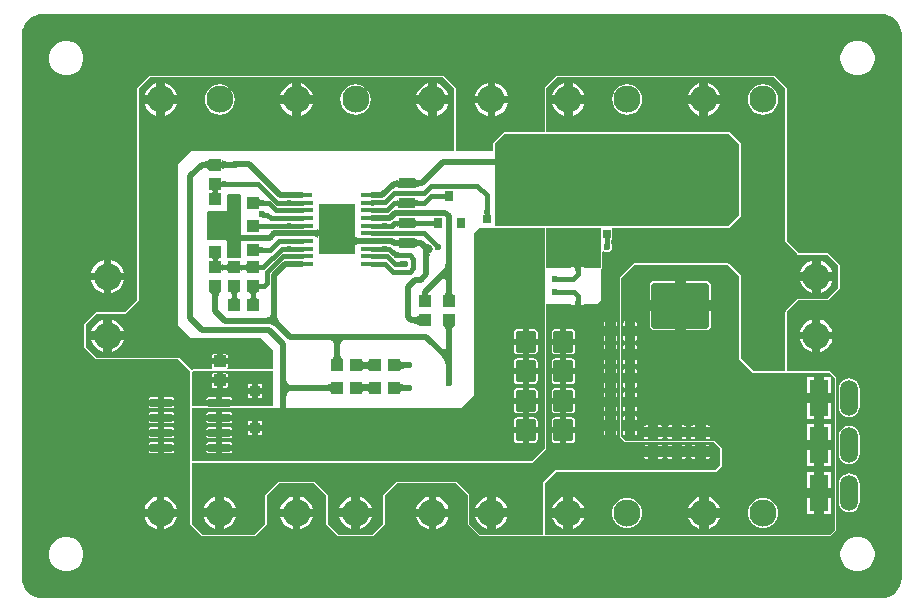
<source format=gtl>
G04*
G04 #@! TF.GenerationSoftware,Altium Limited,Altium Designer,21.9.2 (33)*
G04*
G04 Layer_Physical_Order=1*
G04 Layer_Color=255*
%FSLAX25Y25*%
%MOIN*%
G70*
G04*
G04 #@! TF.SameCoordinates,F924B2C3-1D75-45BD-9772-218C77F4F8C2*
G04*
G04*
G04 #@! TF.FilePolarity,Positive*
G04*
G01*
G75*
G04:AMPARAMS|DCode=16|XSize=43.31mil|YSize=39.37mil|CornerRadius=2.95mil|HoleSize=0mil|Usage=FLASHONLY|Rotation=180.000|XOffset=0mil|YOffset=0mil|HoleType=Round|Shape=RoundedRectangle|*
%AMROUNDEDRECTD16*
21,1,0.04331,0.03347,0,0,180.0*
21,1,0.03740,0.03937,0,0,180.0*
1,1,0.00591,-0.01870,0.01673*
1,1,0.00591,0.01870,0.01673*
1,1,0.00591,0.01870,-0.01673*
1,1,0.00591,-0.01870,-0.01673*
%
%ADD16ROUNDEDRECTD16*%
G04:AMPARAMS|DCode=17|XSize=43.31mil|YSize=39.37mil|CornerRadius=3.94mil|HoleSize=0mil|Usage=FLASHONLY|Rotation=90.000|XOffset=0mil|YOffset=0mil|HoleType=Round|Shape=RoundedRectangle|*
%AMROUNDEDRECTD17*
21,1,0.04331,0.03150,0,0,90.0*
21,1,0.03543,0.03937,0,0,90.0*
1,1,0.00787,0.01575,0.01772*
1,1,0.00787,0.01575,-0.01772*
1,1,0.00787,-0.01575,-0.01772*
1,1,0.00787,-0.01575,0.01772*
%
%ADD17ROUNDEDRECTD17*%
G04:AMPARAMS|DCode=18|XSize=43.31mil|YSize=39.37mil|CornerRadius=3.94mil|HoleSize=0mil|Usage=FLASHONLY|Rotation=180.000|XOffset=0mil|YOffset=0mil|HoleType=Round|Shape=RoundedRectangle|*
%AMROUNDEDRECTD18*
21,1,0.04331,0.03150,0,0,180.0*
21,1,0.03543,0.03937,0,0,180.0*
1,1,0.00787,-0.01772,0.01575*
1,1,0.00787,0.01772,0.01575*
1,1,0.00787,0.01772,-0.01575*
1,1,0.00787,-0.01772,-0.01575*
%
%ADD18ROUNDEDRECTD18*%
G04:AMPARAMS|DCode=19|XSize=43.31mil|YSize=39.37mil|CornerRadius=2.95mil|HoleSize=0mil|Usage=FLASHONLY|Rotation=90.000|XOffset=0mil|YOffset=0mil|HoleType=Round|Shape=RoundedRectangle|*
%AMROUNDEDRECTD19*
21,1,0.04331,0.03347,0,0,90.0*
21,1,0.03740,0.03937,0,0,90.0*
1,1,0.00591,0.01673,0.01870*
1,1,0.00591,0.01673,-0.01870*
1,1,0.00591,-0.01673,-0.01870*
1,1,0.00591,-0.01673,0.01870*
%
%ADD19ROUNDEDRECTD19*%
G04:AMPARAMS|DCode=20|XSize=23.62mil|YSize=35.43mil|CornerRadius=1.77mil|HoleSize=0mil|Usage=FLASHONLY|Rotation=180.000|XOffset=0mil|YOffset=0mil|HoleType=Round|Shape=RoundedRectangle|*
%AMROUNDEDRECTD20*
21,1,0.02362,0.03189,0,0,180.0*
21,1,0.02008,0.03543,0,0,180.0*
1,1,0.00354,-0.01004,0.01595*
1,1,0.00354,0.01004,0.01595*
1,1,0.00354,0.01004,-0.01595*
1,1,0.00354,-0.01004,-0.01595*
%
%ADD20ROUNDEDRECTD20*%
G04:AMPARAMS|DCode=21|XSize=55.12mil|YSize=35.43mil|CornerRadius=2.66mil|HoleSize=0mil|Usage=FLASHONLY|Rotation=90.000|XOffset=0mil|YOffset=0mil|HoleType=Round|Shape=RoundedRectangle|*
%AMROUNDEDRECTD21*
21,1,0.05512,0.03012,0,0,90.0*
21,1,0.04980,0.03543,0,0,90.0*
1,1,0.00532,0.01506,0.02490*
1,1,0.00532,0.01506,-0.02490*
1,1,0.00532,-0.01506,-0.02490*
1,1,0.00532,-0.01506,0.02490*
%
%ADD21ROUNDEDRECTD21*%
G04:AMPARAMS|DCode=22|XSize=55.12mil|YSize=35.43mil|CornerRadius=2.66mil|HoleSize=0mil|Usage=FLASHONLY|Rotation=180.000|XOffset=0mil|YOffset=0mil|HoleType=Round|Shape=RoundedRectangle|*
%AMROUNDEDRECTD22*
21,1,0.05512,0.03012,0,0,180.0*
21,1,0.04980,0.03543,0,0,180.0*
1,1,0.00532,-0.02490,0.01506*
1,1,0.00532,0.02490,0.01506*
1,1,0.00532,0.02490,-0.01506*
1,1,0.00532,-0.02490,-0.01506*
%
%ADD22ROUNDEDRECTD22*%
G04:AMPARAMS|DCode=23|XSize=74.8mil|YSize=68.9mil|CornerRadius=6.89mil|HoleSize=0mil|Usage=FLASHONLY|Rotation=270.000|XOffset=0mil|YOffset=0mil|HoleType=Round|Shape=RoundedRectangle|*
%AMROUNDEDRECTD23*
21,1,0.07480,0.05512,0,0,270.0*
21,1,0.06102,0.06890,0,0,270.0*
1,1,0.01378,-0.02756,-0.03051*
1,1,0.01378,-0.02756,0.03051*
1,1,0.01378,0.02756,0.03051*
1,1,0.01378,0.02756,-0.03051*
%
%ADD23ROUNDEDRECTD23*%
G04:AMPARAMS|DCode=24|XSize=57.09mil|YSize=122.05mil|CornerRadius=4.28mil|HoleSize=0mil|Usage=FLASHONLY|Rotation=90.000|XOffset=0mil|YOffset=0mil|HoleType=Round|Shape=RoundedRectangle|*
%AMROUNDEDRECTD24*
21,1,0.05709,0.11348,0,0,90.0*
21,1,0.04852,0.12205,0,0,90.0*
1,1,0.00856,0.05674,0.02426*
1,1,0.00856,0.05674,-0.02426*
1,1,0.00856,-0.05674,-0.02426*
1,1,0.00856,-0.05674,0.02426*
%
%ADD24ROUNDEDRECTD24*%
G04:AMPARAMS|DCode=25|XSize=192.91mil|YSize=153.54mil|CornerRadius=11.52mil|HoleSize=0mil|Usage=FLASHONLY|Rotation=0.000|XOffset=0mil|YOffset=0mil|HoleType=Round|Shape=RoundedRectangle|*
%AMROUNDEDRECTD25*
21,1,0.19291,0.13051,0,0,0.0*
21,1,0.16988,0.15354,0,0,0.0*
1,1,0.02303,0.08494,-0.06526*
1,1,0.02303,-0.08494,-0.06526*
1,1,0.02303,-0.08494,0.06526*
1,1,0.02303,0.08494,0.06526*
%
%ADD25ROUNDEDRECTD25*%
G04:AMPARAMS|DCode=26|XSize=28.35mil|YSize=74.8mil|CornerRadius=2.13mil|HoleSize=0mil|Usage=FLASHONLY|Rotation=270.000|XOffset=0mil|YOffset=0mil|HoleType=Round|Shape=RoundedRectangle|*
%AMROUNDEDRECTD26*
21,1,0.02835,0.07055,0,0,270.0*
21,1,0.02410,0.07480,0,0,270.0*
1,1,0.00425,-0.03528,-0.01205*
1,1,0.00425,-0.03528,0.01205*
1,1,0.00425,0.03528,0.01205*
1,1,0.00425,0.03528,-0.01205*
%
%ADD26ROUNDEDRECTD26*%
%ADD27R,0.03740X0.03543*%
%ADD28R,0.07008X0.01654*%
%ADD29R,0.12205X0.16929*%
G04:AMPARAMS|DCode=30|XSize=70.08mil|YSize=16.54mil|CornerRadius=2.07mil|HoleSize=0mil|Usage=FLASHONLY|Rotation=0.000|XOffset=0mil|YOffset=0mil|HoleType=Round|Shape=RoundedRectangle|*
%AMROUNDEDRECTD30*
21,1,0.07008,0.01240,0,0,0.0*
21,1,0.06594,0.01654,0,0,0.0*
1,1,0.00413,0.03297,-0.00620*
1,1,0.00413,-0.03297,-0.00620*
1,1,0.00413,-0.03297,0.00620*
1,1,0.00413,0.03297,0.00620*
%
%ADD30ROUNDEDRECTD30*%
%ADD52R,0.17756X0.16910*%
%ADD53R,0.02657X0.03150*%
%ADD54C,0.02000*%
%ADD55C,0.01500*%
%ADD56R,0.05937X0.11874*%
%ADD57O,0.05937X0.11874*%
%ADD58C,0.09055*%
%ADD59C,0.03150*%
%ADD60C,0.02362*%
G36*
X288739Y195702D02*
X290026Y195311D01*
X291211Y194678D01*
X292250Y193825D01*
X293103Y192786D01*
X293737Y191601D01*
X294127Y190314D01*
X294258Y188985D01*
X294256Y188976D01*
Y7874D01*
X294258Y7865D01*
X294127Y6536D01*
X293737Y5250D01*
X293103Y4064D01*
X292250Y3025D01*
X291211Y2173D01*
X290026Y1539D01*
X288739Y1149D01*
X287410Y1018D01*
X287402Y1020D01*
X7874D01*
X7865Y1018D01*
X6536Y1149D01*
X5250Y1539D01*
X4064Y2173D01*
X3025Y3025D01*
X2173Y4064D01*
X1539Y5250D01*
X1149Y6536D01*
X1018Y7865D01*
X1020Y7874D01*
Y188976D01*
X1018Y188985D01*
X1149Y190314D01*
X1539Y191601D01*
X2173Y192786D01*
X3025Y193825D01*
X4064Y194678D01*
X5250Y195311D01*
X6536Y195702D01*
X7865Y195833D01*
X7874Y195831D01*
X287402D01*
X287410Y195833D01*
X288739Y195702D01*
D02*
G37*
%LPC*%
G36*
X280279Y186811D02*
X278776D01*
X277324Y186422D01*
X276022Y185670D01*
X274959Y184608D01*
X274208Y183306D01*
X273819Y181854D01*
Y180351D01*
X274208Y178899D01*
X274959Y177597D01*
X276022Y176534D01*
X277324Y175783D01*
X278776Y175394D01*
X280279D01*
X281731Y175783D01*
X283033Y176534D01*
X284096Y177597D01*
X284847Y178899D01*
X285236Y180351D01*
Y181854D01*
X284847Y183306D01*
X284096Y184608D01*
X283033Y185670D01*
X281731Y186422D01*
X280279Y186811D01*
D02*
G37*
G36*
X16500D02*
X14997D01*
X13545Y186422D01*
X12243Y185670D01*
X11180Y184608D01*
X10428Y183306D01*
X10039Y181854D01*
Y180351D01*
X10428Y178899D01*
X11180Y177597D01*
X12243Y176534D01*
X13545Y175783D01*
X14997Y175394D01*
X16500D01*
X17952Y175783D01*
X19253Y176534D01*
X20316Y177597D01*
X21068Y178899D01*
X21457Y180351D01*
Y181854D01*
X21068Y183306D01*
X20316Y184608D01*
X19253Y185670D01*
X17952Y186422D01*
X16500Y186811D01*
D02*
G37*
G36*
X158730Y172710D02*
Y168573D01*
X162868D01*
X162631Y169456D01*
X161904Y170717D01*
X160874Y171746D01*
X159614Y172474D01*
X158730Y172710D01*
D02*
G37*
G36*
X156230D02*
X155347Y172474D01*
X154086Y171746D01*
X153057Y170717D01*
X152329Y169456D01*
X152093Y168573D01*
X156230D01*
Y172710D01*
D02*
G37*
G36*
X162868Y166073D02*
X158730D01*
Y161935D01*
X159614Y162172D01*
X160874Y162900D01*
X161904Y163929D01*
X162631Y165189D01*
X162868Y166073D01*
D02*
G37*
G36*
X156230D02*
X152093D01*
X152329Y165189D01*
X153057Y163929D01*
X154086Y162900D01*
X155347Y162172D01*
X156230Y161935D01*
Y166073D01*
D02*
G37*
G36*
X251969Y175197D02*
X179134D01*
X175197Y171260D01*
Y156447D01*
X161811Y156447D01*
X161811Y156447D01*
X161428Y156288D01*
X158279Y153139D01*
X158120Y152756D01*
X158120Y152756D01*
Y150000D01*
X145669D01*
Y171260D01*
X141732Y175197D01*
X43307D01*
X39370Y171260D01*
Y100394D01*
X35433Y96457D01*
X25591D01*
X21654Y92520D01*
Y84646D01*
X25591Y80709D01*
X53150D01*
X57087Y76772D01*
Y42323D01*
Y25591D01*
X61024Y21654D01*
X78740D01*
X82677Y25591D01*
Y35433D01*
X86614Y39370D01*
X98425D01*
X102362Y35433D01*
Y25591D01*
X106299Y21654D01*
X118110Y21654D01*
X122047Y25591D01*
Y35433D01*
X125984Y39370D01*
X145669D01*
X149606Y35433D01*
Y25591D01*
X153543Y21654D01*
X270472D01*
X272441Y23622D01*
Y74803D01*
X270472Y76772D01*
X255906D01*
Y96457D01*
X259842Y100394D01*
X269685D01*
X273622Y104331D01*
Y112205D01*
X269685Y116142D01*
X259842D01*
X255906Y120079D01*
Y171260D01*
X251969Y175197D01*
D02*
G37*
G36*
X30778Y113655D02*
Y109518D01*
X34915D01*
X34678Y110401D01*
X33951Y111662D01*
X32922Y112691D01*
X31661Y113419D01*
X30778Y113655D01*
D02*
G37*
G36*
X28278D02*
X27394Y113419D01*
X26134Y112691D01*
X25104Y111662D01*
X24377Y110401D01*
X24140Y109518D01*
X28278D01*
Y113655D01*
D02*
G37*
G36*
X34915Y107018D02*
X30778D01*
Y102880D01*
X31661Y103117D01*
X32922Y103845D01*
X33951Y104874D01*
X34678Y106134D01*
X34915Y107018D01*
D02*
G37*
G36*
X28278D02*
X24140D01*
X24377Y106134D01*
X25104Y104874D01*
X26134Y103845D01*
X27394Y103117D01*
X28278Y102880D01*
Y107018D01*
D02*
G37*
G36*
X266998Y93970D02*
Y89833D01*
X271136D01*
X270899Y90716D01*
X270171Y91977D01*
X269142Y93006D01*
X267882Y93734D01*
X266998Y93970D01*
D02*
G37*
G36*
X264498Y93970D02*
X263615Y93734D01*
X262354Y93006D01*
X261325Y91977D01*
X260597Y90716D01*
X260360Y89833D01*
X264498D01*
Y93970D01*
D02*
G37*
G36*
X271136Y87333D02*
X266998D01*
Y83195D01*
X267882Y83432D01*
X269142Y84159D01*
X270171Y85189D01*
X270899Y86449D01*
X271136Y87333D01*
D02*
G37*
G36*
X264498D02*
X260360D01*
X260597Y86449D01*
X261325Y85189D01*
X262354Y84159D01*
X263615Y83432D01*
X264498Y83195D01*
Y87333D01*
D02*
G37*
G36*
X50968Y68175D02*
X48441D01*
Y67243D01*
X51695D01*
Y67448D01*
X51640Y67726D01*
X51482Y67962D01*
X51247Y68119D01*
X50968Y68175D01*
D02*
G37*
G36*
X46441D02*
X43913D01*
X43635Y68119D01*
X43400Y67962D01*
X43242Y67726D01*
X43187Y67448D01*
Y67243D01*
X46441D01*
Y68175D01*
D02*
G37*
G36*
X51695Y65243D02*
X48441D01*
Y64312D01*
X50968D01*
X51247Y64367D01*
X51482Y64525D01*
X51640Y64761D01*
X51695Y65039D01*
Y65243D01*
D02*
G37*
G36*
X46441D02*
X43187D01*
Y65039D01*
X43242Y64761D01*
X43400Y64525D01*
X43635Y64367D01*
X43913Y64312D01*
X46441D01*
Y65243D01*
D02*
G37*
G36*
X50968Y63175D02*
X48441D01*
Y62243D01*
X51695D01*
Y62448D01*
X51640Y62726D01*
X51482Y62962D01*
X51247Y63119D01*
X50968Y63175D01*
D02*
G37*
G36*
X46441D02*
X43913D01*
X43635Y63119D01*
X43400Y62962D01*
X43242Y62726D01*
X43187Y62448D01*
Y62243D01*
X46441D01*
Y63175D01*
D02*
G37*
G36*
X276732Y74380D02*
X275827Y74261D01*
X274983Y73912D01*
X274258Y73356D01*
X273703Y72631D01*
X273353Y71787D01*
X273234Y70882D01*
Y64945D01*
X273353Y64039D01*
X273703Y63196D01*
X274258Y62471D01*
X274983Y61915D01*
X275827Y61566D01*
X276732Y61446D01*
X277638Y61566D01*
X278482Y61915D01*
X279206Y62471D01*
X279762Y63196D01*
X280112Y64039D01*
X280231Y64945D01*
Y70882D01*
X280112Y71787D01*
X279762Y72631D01*
X279206Y73356D01*
X278482Y73912D01*
X277638Y74261D01*
X276732Y74380D01*
D02*
G37*
G36*
X51695Y60243D02*
X48441D01*
Y59312D01*
X50968D01*
X51247Y59367D01*
X51482Y59525D01*
X51640Y59761D01*
X51695Y60039D01*
Y60243D01*
D02*
G37*
G36*
X46441D02*
X43187D01*
Y60039D01*
X43242Y59761D01*
X43400Y59525D01*
X43635Y59367D01*
X43913Y59312D01*
X46441D01*
Y60243D01*
D02*
G37*
G36*
X50968Y58175D02*
X48441D01*
Y57243D01*
X51695D01*
Y57448D01*
X51640Y57726D01*
X51482Y57962D01*
X51247Y58119D01*
X50968Y58175D01*
D02*
G37*
G36*
X46441D02*
X43913D01*
X43635Y58119D01*
X43400Y57962D01*
X43242Y57726D01*
X43187Y57448D01*
Y57243D01*
X46441D01*
Y58175D01*
D02*
G37*
G36*
X51695Y55243D02*
X48441D01*
Y54312D01*
X50968D01*
X51247Y54367D01*
X51482Y54525D01*
X51640Y54761D01*
X51695Y55039D01*
Y55243D01*
D02*
G37*
G36*
X46441D02*
X43187D01*
Y55039D01*
X43242Y54761D01*
X43400Y54525D01*
X43635Y54367D01*
X43913Y54312D01*
X46441D01*
Y55243D01*
D02*
G37*
G36*
X50968Y53175D02*
X48441D01*
Y52243D01*
X51695D01*
Y52448D01*
X51640Y52726D01*
X51482Y52962D01*
X51247Y53119D01*
X50968Y53175D01*
D02*
G37*
G36*
X46441D02*
X43913D01*
X43635Y53119D01*
X43400Y52962D01*
X43242Y52726D01*
X43187Y52448D01*
Y52243D01*
X46441D01*
Y53175D01*
D02*
G37*
G36*
X51695Y50243D02*
X48441D01*
Y49312D01*
X50968D01*
X51247Y49367D01*
X51482Y49525D01*
X51640Y49761D01*
X51695Y50039D01*
Y50243D01*
D02*
G37*
G36*
X46441D02*
X43187D01*
Y50039D01*
X43242Y49761D01*
X43400Y49525D01*
X43635Y49367D01*
X43913Y49312D01*
X46441D01*
Y50243D01*
D02*
G37*
G36*
X276732Y58632D02*
X275827Y58513D01*
X274983Y58164D01*
X274258Y57608D01*
X273703Y56883D01*
X273353Y56039D01*
X273234Y55134D01*
Y49197D01*
X273353Y48291D01*
X273703Y47448D01*
X274258Y46723D01*
X274983Y46167D01*
X275827Y45818D01*
X276732Y45698D01*
X277638Y45818D01*
X278482Y46167D01*
X279206Y46723D01*
X279762Y47448D01*
X280112Y48291D01*
X280231Y49197D01*
Y55134D01*
X280112Y56039D01*
X279762Y56883D01*
X279206Y57608D01*
X278482Y58164D01*
X277638Y58513D01*
X276732Y58632D01*
D02*
G37*
G36*
X139045Y34915D02*
Y30778D01*
X143183D01*
X142946Y31661D01*
X142218Y32922D01*
X141189Y33951D01*
X139929Y34678D01*
X139045Y34915D01*
D02*
G37*
G36*
X136545D02*
X135662Y34678D01*
X134401Y33951D01*
X133372Y32922D01*
X132644Y31661D01*
X132408Y30778D01*
X136545D01*
Y34915D01*
D02*
G37*
G36*
X93770D02*
Y30778D01*
X97907D01*
X97671Y31661D01*
X96943Y32922D01*
X95914Y33951D01*
X94653Y34678D01*
X93770Y34915D01*
D02*
G37*
G36*
X91270D02*
X90386Y34678D01*
X89126Y33951D01*
X88096Y32922D01*
X87369Y31661D01*
X87132Y30778D01*
X91270D01*
Y34915D01*
D02*
G37*
G36*
X48494D02*
Y30778D01*
X52632D01*
X52395Y31661D01*
X51667Y32922D01*
X50638Y33951D01*
X49378Y34678D01*
X48494Y34915D01*
D02*
G37*
G36*
X45994D02*
X45110Y34678D01*
X43850Y33951D01*
X42821Y32922D01*
X42093Y31661D01*
X41857Y30778D01*
X45994D01*
Y34915D01*
D02*
G37*
G36*
X276772Y42687D02*
X275866Y42568D01*
X275022Y42219D01*
X274298Y41663D01*
X273742Y40938D01*
X273392Y40094D01*
X273273Y39189D01*
Y33252D01*
X273392Y32346D01*
X273742Y31503D01*
X274298Y30778D01*
X275022Y30222D01*
X275866Y29873D01*
X276772Y29754D01*
X277677Y29873D01*
X278521Y30222D01*
X279245Y30778D01*
X279801Y31503D01*
X280151Y32346D01*
X280270Y33252D01*
Y39189D01*
X280151Y40094D01*
X279801Y40938D01*
X279245Y41663D01*
X278521Y42219D01*
X277677Y42568D01*
X276772Y42687D01*
D02*
G37*
G36*
X143183Y28278D02*
X139045D01*
Y24140D01*
X139929Y24377D01*
X141189Y25104D01*
X142218Y26134D01*
X142946Y27394D01*
X143183Y28278D01*
D02*
G37*
G36*
X136545D02*
X132408D01*
X132644Y27394D01*
X133372Y26134D01*
X134401Y25104D01*
X135662Y24377D01*
X136545Y24140D01*
Y28278D01*
D02*
G37*
G36*
X97907D02*
X93770D01*
Y24140D01*
X94653Y24377D01*
X95914Y25104D01*
X96943Y26134D01*
X97671Y27394D01*
X97907Y28278D01*
D02*
G37*
G36*
X91270D02*
X87132D01*
X87369Y27394D01*
X88096Y26134D01*
X89126Y25104D01*
X90386Y24377D01*
X91270Y24140D01*
Y28278D01*
D02*
G37*
G36*
X52632D02*
X48494D01*
Y24140D01*
X49378Y24377D01*
X50638Y25104D01*
X51667Y26134D01*
X52395Y27394D01*
X52632Y28278D01*
D02*
G37*
G36*
X45994D02*
X41857D01*
X42093Y27394D01*
X42821Y26134D01*
X43850Y25104D01*
X45110Y24377D01*
X45994Y24140D01*
Y28278D01*
D02*
G37*
G36*
X280279Y21457D02*
X278776D01*
X277324Y21068D01*
X276022Y20316D01*
X274959Y19253D01*
X274208Y17952D01*
X273819Y16500D01*
Y14997D01*
X274208Y13545D01*
X274959Y12243D01*
X276022Y11180D01*
X277324Y10428D01*
X278776Y10039D01*
X280279D01*
X281731Y10428D01*
X283033Y11180D01*
X284096Y12243D01*
X284847Y13545D01*
X285236Y14997D01*
Y16500D01*
X284847Y17952D01*
X284096Y19253D01*
X283033Y20316D01*
X281731Y21068D01*
X280279Y21457D01*
D02*
G37*
G36*
X16500D02*
X14997D01*
X13545Y21068D01*
X12243Y20316D01*
X11180Y19253D01*
X10428Y17952D01*
X10039Y16500D01*
Y14997D01*
X10428Y13545D01*
X11180Y12243D01*
X12243Y11180D01*
X13545Y10428D01*
X14997Y10039D01*
X16500D01*
X17952Y10428D01*
X19253Y11180D01*
X20316Y12243D01*
X21068Y13545D01*
X21457Y14997D01*
Y16500D01*
X21068Y17952D01*
X20316Y19253D01*
X19253Y20316D01*
X17952Y21068D01*
X16500Y21457D01*
D02*
G37*
%LPD*%
G36*
X67667Y147291D02*
X67807Y147150D01*
X67967Y147026D01*
X68146Y146918D01*
X68345Y146827D01*
X68563Y146753D01*
X68801Y146695D01*
X69058Y146653D01*
X69335Y146628D01*
X69631Y146620D01*
Y144620D01*
X69347Y144611D01*
X69079Y144583D01*
X68828Y144537D01*
X68594Y144472D01*
X68378Y144388D01*
X68177Y144287D01*
X67994Y144166D01*
X67828Y144027D01*
X67679Y143869D01*
X67547Y143693D01*
Y147448D01*
X67667Y147291D01*
D02*
G37*
G36*
X63398Y143693D02*
X63272Y143860D01*
X63127Y144009D01*
X62964Y144141D01*
X62783Y144255D01*
X62584Y144351D01*
X62366Y144430D01*
X62130Y144492D01*
X61876Y144536D01*
X61604Y144562D01*
X61313Y144571D01*
Y146571D01*
X61604Y146580D01*
X61876Y146606D01*
X62130Y146650D01*
X62366Y146711D01*
X62584Y146790D01*
X62783Y146887D01*
X62964Y147001D01*
X63127Y147132D01*
X63272Y147282D01*
X63398Y147448D01*
Y143693D01*
D02*
G37*
G36*
X67634Y140629D02*
X67680Y140502D01*
X67755Y140389D01*
X67861Y140292D01*
X67997Y140209D01*
X68164Y140142D01*
X68360Y140089D01*
X68587Y140052D01*
X68844Y140029D01*
X69131Y140022D01*
Y138522D01*
X68844Y138514D01*
X68587Y138492D01*
X68360Y138454D01*
X68164Y138402D01*
X67997Y138334D01*
X67861Y138252D01*
X67755Y138154D01*
X67680Y138042D01*
X67634Y137914D01*
X67619Y137772D01*
Y140772D01*
X67634Y140629D01*
D02*
G37*
G36*
X126583Y137697D02*
X126564Y137806D01*
X126513Y137903D01*
X126428Y137990D01*
X126311Y138065D01*
X126162Y138128D01*
X125979Y138180D01*
X125764Y138220D01*
X125516Y138249D01*
X125235Y138266D01*
X124921Y138272D01*
Y140272D01*
X125226Y140277D01*
X125739Y140324D01*
X125947Y140365D01*
X126123Y140417D01*
X126266Y140481D01*
X126377Y140557D01*
X126455Y140644D01*
X126501Y140743D01*
X126515Y140853D01*
X126583Y137697D01*
D02*
G37*
G36*
X132029Y140928D02*
X132155Y140811D01*
X132305Y140708D01*
X132478Y140618D01*
X132674Y140542D01*
X132893Y140480D01*
X133135Y140432D01*
X133401Y140398D01*
X133689Y140377D01*
X134001Y140370D01*
Y138370D01*
X133689Y138363D01*
X133135Y138308D01*
X132893Y138260D01*
X132674Y138198D01*
X132478Y138122D01*
X132305Y138032D01*
X132155Y137929D01*
X132029Y137812D01*
X131925Y137681D01*
Y141059D01*
X132029Y140928D01*
D02*
G37*
G36*
X66230Y137328D02*
X66230Y137322D01*
X66972D01*
X66830Y137306D01*
X66702Y137261D01*
X66590Y137186D01*
X66492Y137080D01*
X66410Y136944D01*
X66342Y136777D01*
X66325Y136713D01*
X66342Y136648D01*
X66410Y136482D01*
X66492Y136346D01*
X66590Y136240D01*
X66702Y136164D01*
X66830Y136119D01*
X66972Y136104D01*
X66230D01*
X66230Y136097D01*
X66222Y135810D01*
X64722D01*
X64715Y136097D01*
X64714Y136104D01*
X63972D01*
X64115Y136119D01*
X64242Y136164D01*
X64355Y136240D01*
X64452Y136346D01*
X64535Y136482D01*
X64602Y136648D01*
X64620Y136713D01*
X64602Y136777D01*
X64535Y136944D01*
X64452Y137080D01*
X64355Y137186D01*
X64242Y137261D01*
X64115Y137306D01*
X63972Y137322D01*
X64714D01*
X64715Y137328D01*
X64722Y137616D01*
X66222D01*
X66230Y137328D01*
D02*
G37*
G36*
X142333Y133539D02*
X142318Y133682D01*
X142273Y133809D01*
X142197Y133922D01*
X142091Y134019D01*
X141955Y134102D01*
X141789Y134169D01*
X141592Y134222D01*
X141366Y134259D01*
X141109Y134282D01*
X140821Y134289D01*
Y135789D01*
X141109Y135797D01*
X141366Y135819D01*
X141592Y135857D01*
X141789Y135909D01*
X141955Y135977D01*
X142091Y136059D01*
X142197Y136157D01*
X142273Y136269D01*
X142318Y136397D01*
X142333Y136539D01*
Y133539D01*
D02*
G37*
G36*
X121969Y132243D02*
X121045Y132203D01*
Y133741D01*
X121969Y133743D01*
Y132243D01*
D02*
G37*
G36*
X90766Y132203D02*
X90750Y132207D01*
X90703Y132210D01*
X90024Y132221D01*
X89258Y132222D01*
Y133722D01*
X90766Y133741D01*
Y132203D01*
D02*
G37*
G36*
X80036Y134330D02*
X80081Y134202D01*
X80157Y134090D01*
X80263Y133992D01*
X80399Y133910D01*
X80565Y133842D01*
X80762Y133790D01*
X80989Y133752D01*
X81246Y133730D01*
X81533Y133722D01*
Y132222D01*
X81246Y132215D01*
X80989Y132192D01*
X80762Y132155D01*
X80565Y132102D01*
X80399Y132035D01*
X80263Y131952D01*
X80157Y131855D01*
X80081Y131742D01*
X80036Y131615D01*
X80021Y131472D01*
Y134472D01*
X80036Y134330D01*
D02*
G37*
G36*
X132004Y134231D02*
X132049Y134104D01*
X132125Y133992D01*
X132231Y133894D01*
X132367Y133811D01*
X132533Y133744D01*
X132730Y133692D01*
X132957Y133654D01*
X133214Y133632D01*
X133501Y133624D01*
Y132124D01*
X133214Y132116D01*
X132957Y132094D01*
X132730Y132056D01*
X132533Y132004D01*
X132367Y131937D01*
X132231Y131854D01*
X132125Y131756D01*
X132049Y131644D01*
X132004Y131517D01*
X131989Y131374D01*
Y134374D01*
X132004Y134231D01*
D02*
G37*
G36*
X126532Y131284D02*
X126516Y131427D01*
X126470Y131554D01*
X126393Y131666D01*
X126285Y131763D01*
X126148Y131845D01*
X125979Y131913D01*
X125781Y131965D01*
X125552Y132002D01*
X125293Y132025D01*
X125003Y132032D01*
Y133532D01*
X125291Y133540D01*
X125549Y133562D01*
X125776Y133600D01*
X125973Y133652D01*
X126139Y133720D01*
X126275Y133802D01*
X126381Y133900D01*
X126456Y134012D01*
X126501Y134140D01*
X126515Y134282D01*
X126532Y131284D01*
D02*
G37*
G36*
X62717Y129823D02*
X62618Y129921D01*
Y129921D01*
X62717Y129823D01*
D02*
G37*
G36*
X121061Y131179D02*
X121107Y131176D01*
X121780Y131165D01*
X122539Y131163D01*
Y129663D01*
X121045Y129644D01*
Y131183D01*
X121061Y131179D01*
D02*
G37*
G36*
X90766Y129644D02*
X90750Y129648D01*
X90703Y129651D01*
X90024Y129662D01*
X89258Y129663D01*
Y131163D01*
X90766Y131183D01*
Y129644D01*
D02*
G37*
G36*
X156661Y130337D02*
X156707Y129857D01*
X156746Y129662D01*
X156797Y129497D01*
X156860Y129362D01*
X156933Y129257D01*
X157018Y129182D01*
X157115Y129137D01*
X157222Y129122D01*
X154589D01*
X154697Y129137D01*
X154793Y129182D01*
X154878Y129257D01*
X154952Y129362D01*
X155014Y129497D01*
X155065Y129662D01*
X155104Y129857D01*
X155133Y130082D01*
X155150Y130337D01*
X155156Y130622D01*
X156656D01*
X156661Y130337D01*
D02*
G37*
G36*
X90766Y127085D02*
X90750Y127089D01*
X90703Y127092D01*
X90024Y127103D01*
X89258Y127104D01*
Y128604D01*
X90766Y128623D01*
Y127085D01*
D02*
G37*
G36*
X240158Y152559D02*
Y128937D01*
X236221Y125000D01*
X158661Y125000D01*
X158661Y152756D01*
X161811Y155905D01*
X236811Y155905D01*
X240158Y152559D01*
D02*
G37*
G36*
X121061Y126061D02*
X121107Y126058D01*
X121787Y126047D01*
X122553Y126045D01*
Y124545D01*
X121045Y124526D01*
Y126064D01*
X121061Y126061D01*
D02*
G37*
G36*
X90766Y124526D02*
X90750Y124530D01*
X90703Y124533D01*
X90024Y124544D01*
X89258Y124545D01*
Y126045D01*
X90766Y126064D01*
Y124526D01*
D02*
G37*
G36*
X126515Y124501D02*
X126500Y124640D01*
X126455Y124765D01*
X126381Y124875D01*
X126276Y124970D01*
X126141Y125051D01*
X125977Y125117D01*
X125782Y125168D01*
X125558Y125205D01*
X125304Y125227D01*
X125020Y125234D01*
Y126734D01*
X125304Y126742D01*
X125558Y126764D01*
X125782Y126800D01*
X125977Y126852D01*
X126141Y126918D01*
X126276Y126998D01*
X126381Y127094D01*
X126455Y127204D01*
X126500Y127328D01*
X126515Y127468D01*
Y124501D01*
D02*
G37*
G36*
X138593Y124484D02*
X138578Y124627D01*
X138533Y124754D01*
X138457Y124867D01*
X138351Y124964D01*
X138215Y125047D01*
X138049Y125114D01*
X137852Y125167D01*
X137625Y125204D01*
X137368Y125227D01*
X137081Y125234D01*
Y126734D01*
X137368Y126742D01*
X137625Y126764D01*
X137852Y126802D01*
X138049Y126854D01*
X138215Y126922D01*
X138351Y127004D01*
X138457Y127102D01*
X138533Y127214D01*
X138578Y127342D01*
X138593Y127484D01*
Y124484D01*
D02*
G37*
G36*
X132004Y127342D02*
X132049Y127214D01*
X132125Y127102D01*
X132231Y127004D01*
X132367Y126922D01*
X132533Y126854D01*
X132730Y126802D01*
X132957Y126764D01*
X133214Y126742D01*
X133501Y126734D01*
Y125234D01*
X133214Y125227D01*
X132957Y125204D01*
X132730Y125167D01*
X132533Y125114D01*
X132367Y125047D01*
X132231Y124964D01*
X132125Y124867D01*
X132049Y124754D01*
X132004Y124627D01*
X131989Y124484D01*
Y127484D01*
X132004Y127342D01*
D02*
G37*
G36*
X255364Y171036D02*
Y120079D01*
X255523Y119696D01*
X255523Y119696D01*
X259460Y115759D01*
X259842Y115601D01*
X259842Y115601D01*
X269461D01*
X273081Y111980D01*
Y104555D01*
X269461Y100935D01*
X259842D01*
X259460Y100776D01*
X259460Y100776D01*
X255523Y96839D01*
X255364Y96457D01*
X255364Y96457D01*
Y76772D01*
X255331Y76722D01*
X244909D01*
X240699Y80933D01*
Y108268D01*
X240540Y108651D01*
X240540Y108651D01*
X236603Y112587D01*
X236603Y112587D01*
X236221Y112746D01*
X236220Y112746D01*
X205118Y112746D01*
X204735Y112587D01*
X204735Y112587D01*
X200405Y108257D01*
X200246Y107874D01*
X200246Y107874D01*
Y55118D01*
X200246Y55118D01*
X200405Y54735D01*
X200405Y54735D01*
X201979Y53161D01*
X202362Y53002D01*
X202362Y53002D01*
X231666D01*
X233711Y50957D01*
Y45500D01*
X232059Y43848D01*
X179134D01*
X178751Y43690D01*
X178751Y43690D01*
X174814Y39753D01*
X174656Y39370D01*
X174656Y39370D01*
Y22195D01*
X153768D01*
X150147Y25815D01*
Y35433D01*
X150147Y35433D01*
X149989Y35816D01*
X146052Y39753D01*
X145669Y39911D01*
X145669Y39911D01*
X125984D01*
X125984Y39911D01*
X125602Y39753D01*
X121665Y35816D01*
X121506Y35433D01*
X121506Y35433D01*
Y25815D01*
X117886Y22195D01*
X106523Y22195D01*
X102903Y25815D01*
Y35433D01*
X102903Y35433D01*
X102745Y35816D01*
X98808Y39753D01*
X98425Y39911D01*
X98425Y39911D01*
X86614D01*
X86614Y39911D01*
X86231Y39753D01*
X82294Y35816D01*
X82136Y35433D01*
X82136Y35433D01*
Y25815D01*
X78516Y22195D01*
X61248D01*
X57628Y25815D01*
Y42323D01*
Y46309D01*
X170866Y46309D01*
X170866Y46309D01*
X171249Y46468D01*
X171249Y46468D01*
X175580Y50798D01*
X175580Y50798D01*
X175738Y51181D01*
X175738Y51181D01*
Y99213D01*
X183841D01*
X184003Y99077D01*
X184183Y98713D01*
X184179Y98705D01*
X184191Y98677D01*
X184182Y98647D01*
X184269Y98489D01*
X184338Y98322D01*
X184366Y98310D01*
X184380Y98284D01*
X184404Y98277D01*
X184405Y98277D01*
X184405D01*
X184462Y98259D01*
X184554Y98233D01*
X184721Y98163D01*
X184946D01*
Y95866D01*
X185043Y95378D01*
X185319Y94965D01*
X185733Y94689D01*
X186221Y94592D01*
X186708Y94689D01*
X187122Y94965D01*
X187398Y95378D01*
X187495Y95866D01*
Y98163D01*
X187721D01*
X187887Y98233D01*
X188061Y98284D01*
X188075Y98310D01*
X188103Y98322D01*
X188172Y98489D01*
X188259Y98647D01*
X188250Y98677D01*
X188262Y98705D01*
X188258Y98713D01*
X188438Y99077D01*
X188600Y99213D01*
X192520D01*
X193898Y100591D01*
Y110679D01*
X194280Y110838D01*
X194439Y111221D01*
Y116640D01*
X194939Y116869D01*
X195318Y116615D01*
X195974Y116485D01*
X196630Y116615D01*
X197186Y116987D01*
X197558Y117543D01*
X197688Y118199D01*
X197558Y118855D01*
X197249Y119317D01*
Y120366D01*
X197803D01*
Y124459D01*
X236221D01*
X236221Y124459D01*
X236603Y124617D01*
X240540Y128554D01*
X240699Y128937D01*
X240699Y128937D01*
Y152559D01*
X240540Y152942D01*
X240540Y152942D01*
X237194Y156288D01*
X237194Y156288D01*
X236811Y156447D01*
X236811Y156447D01*
X176238Y156447D01*
X175738Y156447D01*
Y171036D01*
X179358Y174656D01*
X251744D01*
X255364Y171036D01*
D02*
G37*
G36*
X110036Y123610D02*
X109100Y122895D01*
X108268Y122063D01*
X108261Y122097D01*
X108242Y122141D01*
X108209Y122196D01*
X108163Y122261D01*
X108031Y122422D01*
X107845Y122624D01*
X107607Y122869D01*
X107754Y123015D01*
X107652Y123119D01*
X108337Y123599D01*
X109021Y124283D01*
X109143Y124163D01*
X109315Y124284D01*
X110036Y123610D01*
D02*
G37*
G36*
X104335Y123642D02*
X105349Y123521D01*
X104412Y121548D01*
X104391Y121584D01*
X104352Y121616D01*
X104296Y121644D01*
X104223Y121669D01*
X104132Y121689D01*
X104024Y121706D01*
X103947Y121713D01*
X103850Y121706D01*
X103742Y121689D01*
X103651Y121669D01*
X103578Y121644D01*
X103522Y121616D01*
X103483Y121584D01*
X103462Y121548D01*
X101969Y122985D01*
X102525Y123521D01*
X103539Y123642D01*
X103544Y123736D01*
X103937Y123689D01*
X104330Y123736D01*
X104335Y123642D01*
D02*
G37*
G36*
X121061Y123502D02*
X121107Y123498D01*
X121787Y123488D01*
X122553Y123486D01*
X122553Y121986D01*
X121045Y121967D01*
Y123505D01*
X121061Y123502D01*
D02*
G37*
G36*
X99827Y123710D02*
X101412Y123521D01*
X101969Y122985D01*
X100475Y121548D01*
X100454Y121584D01*
X100415Y121616D01*
X100359Y121644D01*
X100285Y121669D01*
X100195Y121689D01*
X100086Y121706D01*
X99827Y121723D01*
Y120736D01*
X99807Y120926D01*
X99747Y121096D01*
X99646Y121246D01*
X99505Y121376D01*
X99324Y121486D01*
X99103Y121576D01*
X98841Y121646D01*
X98540Y121696D01*
X98197Y121726D01*
X97815Y121736D01*
Y123736D01*
X98197Y123746D01*
X98540Y123776D01*
X98841Y123826D01*
X99103Y123896D01*
X99324Y123986D01*
X99505Y124096D01*
X99646Y124226D01*
X99747Y124376D01*
X99807Y124546D01*
X99827Y124736D01*
Y123710D01*
D02*
G37*
G36*
X90766Y119408D02*
X90750Y119412D01*
X90703Y119415D01*
X90024Y119425D01*
X89258Y119427D01*
Y120927D01*
X90766Y120946D01*
Y119408D01*
D02*
G37*
G36*
X112004Y121987D02*
X112064Y121817D01*
X112165Y121667D01*
X112306Y121537D01*
X112487Y121427D01*
X112708Y121337D01*
X112970Y121267D01*
X113272Y121217D01*
X113614Y121187D01*
X113996Y121177D01*
Y119177D01*
X113614Y119167D01*
X113272Y119137D01*
X112970Y119087D01*
X112708Y119017D01*
X112487Y118927D01*
X112306Y118817D01*
X112165Y118687D01*
X112064Y118537D01*
X112004Y118367D01*
X111984Y118177D01*
Y122177D01*
X112004Y121987D01*
D02*
G37*
G36*
X139243Y119693D02*
X139652Y119335D01*
X139693Y119311D01*
X139727Y119296D01*
X139752Y119291D01*
X138583Y118122D01*
X138578Y118147D01*
X138563Y118181D01*
X138539Y118222D01*
X138504Y118270D01*
X138405Y118391D01*
X138266Y118543D01*
X138087Y118726D01*
X139148Y119787D01*
X139243Y119693D01*
D02*
G37*
G36*
X126515Y118005D02*
X126500Y118097D01*
X126455Y118179D01*
X126381Y118251D01*
X126276Y118314D01*
X126141Y118367D01*
X125977Y118411D01*
X125782Y118445D01*
X125558Y118469D01*
X125020Y118488D01*
Y120488D01*
X125304Y120493D01*
X125782Y120532D01*
X125977Y120565D01*
X126141Y120609D01*
X126276Y120662D01*
X126381Y120725D01*
X126455Y120798D01*
X126500Y120880D01*
X126515Y120972D01*
Y118005D01*
D02*
G37*
G36*
X132029Y121046D02*
X132155Y120929D01*
X132305Y120826D01*
X132478Y120736D01*
X132674Y120660D01*
X132893Y120598D01*
X133135Y120550D01*
X133401Y120516D01*
X133689Y120495D01*
X134001Y120488D01*
Y118488D01*
X133689Y118481D01*
X133135Y118426D01*
X132893Y118378D01*
X132674Y118316D01*
X132478Y118240D01*
X132305Y118151D01*
X132155Y118047D01*
X132029Y117930D01*
X131925Y117799D01*
Y121177D01*
X132029Y121046D01*
D02*
G37*
G36*
X135526Y119432D02*
X136072Y118956D01*
X136127Y118924D01*
X136171Y118904D01*
X136205Y118898D01*
X134646Y117339D01*
X134639Y117372D01*
X134620Y117417D01*
X134587Y117471D01*
X134541Y117536D01*
X134409Y117697D01*
X134223Y117900D01*
X133985Y118144D01*
X135399Y119558D01*
X135526Y119432D01*
D02*
G37*
G36*
X121061Y118384D02*
X121107Y118380D01*
X121787Y118370D01*
X122553Y118368D01*
Y116868D01*
X121045Y116849D01*
Y118387D01*
X121061Y118384D01*
D02*
G37*
G36*
X90766Y116849D02*
X90750Y116853D01*
X90703Y116856D01*
X90024Y116866D01*
X89258Y116868D01*
Y118368D01*
X90766Y118387D01*
Y116849D01*
D02*
G37*
G36*
X80038Y118582D02*
X80083Y118454D01*
X80159Y118342D01*
X80265Y118244D01*
X80401Y118162D01*
X80567Y118094D01*
X80764Y118042D01*
X80990Y118004D01*
X81248Y117982D01*
X81535Y117974D01*
Y116474D01*
X81248Y116467D01*
X80990Y116444D01*
X80764Y116407D01*
X80567Y116354D01*
X80401Y116287D01*
X80265Y116204D01*
X80159Y116107D01*
X80083Y115994D01*
X80038Y115867D01*
X80023Y115724D01*
Y118724D01*
X80038Y118582D01*
D02*
G37*
G36*
X125267Y116901D02*
X125577Y116630D01*
X125637Y116587D01*
X125691Y116556D01*
X125737Y116534D01*
X125776Y116523D01*
X125808Y116522D01*
X124813Y115201D01*
X124807Y115213D01*
X124792Y115234D01*
X124766Y115264D01*
X124488Y115555D01*
X124308Y115737D01*
X125171Y116995D01*
X125267Y116901D01*
D02*
G37*
G36*
X137007Y115958D02*
X136972Y115929D01*
X136942Y115884D01*
X136915Y115822D01*
X136891Y115743D01*
X136872Y115648D01*
X136855Y115536D01*
X136834Y115263D01*
X136827Y114925D01*
X134827Y115645D01*
X134872Y116509D01*
X137007Y115958D01*
D02*
G37*
G36*
X126849Y116166D02*
X126883Y116154D01*
X126929Y116142D01*
X126988Y116132D01*
X127144Y116117D01*
X127349Y116107D01*
X127605Y116104D01*
Y114604D01*
X127471Y114604D01*
X126929Y114567D01*
X126883Y114555D01*
X126849Y114542D01*
X126828Y114528D01*
Y116181D01*
X126849Y116166D01*
D02*
G37*
G36*
X74134Y135335D02*
Y122691D01*
Y119632D01*
Y114862D01*
X73740Y114469D01*
X69803D01*
X69410Y114862D01*
Y119980D01*
X69016Y120374D01*
X63110D01*
X62717Y120768D01*
Y129823D01*
X62717Y129823D01*
X63110Y130217D01*
X69016D01*
X69410Y130610D01*
Y135335D01*
X69803Y135728D01*
X73740D01*
X74134Y135335D01*
D02*
G37*
G36*
X121061Y115824D02*
X121107Y115821D01*
X121787Y115811D01*
X122553Y115809D01*
Y114309D01*
X121045Y114290D01*
Y115828D01*
X121061Y115824D01*
D02*
G37*
G36*
X90766Y114290D02*
X90757Y114279D01*
X90720Y114269D01*
X90654Y114260D01*
X90438Y114247D01*
X89406Y114232D01*
X89227Y115732D01*
X89512Y115733D01*
X90744Y115810D01*
X90766Y115828D01*
Y114290D01*
D02*
G37*
G36*
X66230Y114494D02*
X66230Y114487D01*
X66972D01*
X66830Y114472D01*
X66702Y114426D01*
X66590Y114351D01*
X66492Y114245D01*
X66410Y114109D01*
X66342Y113943D01*
X66325Y113878D01*
X66342Y113813D01*
X66410Y113647D01*
X66492Y113511D01*
X66590Y113405D01*
X66702Y113329D01*
X66830Y113284D01*
X66972Y113269D01*
X66230D01*
X66230Y113262D01*
X66222Y112975D01*
X64722D01*
X64715Y113262D01*
X64714Y113269D01*
X63972D01*
X64115Y113284D01*
X64242Y113329D01*
X64355Y113405D01*
X64452Y113511D01*
X64535Y113647D01*
X64602Y113813D01*
X64620Y113878D01*
X64602Y113943D01*
X64535Y114109D01*
X64452Y114245D01*
X64355Y114351D01*
X64242Y114426D01*
X64115Y114472D01*
X63972Y114487D01*
X64714D01*
X64715Y114494D01*
X64722Y114781D01*
X66222D01*
X66230Y114494D01*
D02*
G37*
G36*
X75922Y109819D02*
X75907Y109961D01*
X75862Y110089D01*
X75786Y110201D01*
X75680Y110299D01*
X75544Y110381D01*
X75378Y110449D01*
X75181Y110501D01*
X74954Y110539D01*
X74920Y110542D01*
X74886Y110539D01*
X74659Y110501D01*
X74463Y110449D01*
X74297Y110381D01*
X74160Y110299D01*
X74055Y110201D01*
X73979Y110089D01*
X73934Y109961D01*
X73919Y109819D01*
Y112819D01*
X73934Y112676D01*
X73979Y112549D01*
X74055Y112436D01*
X74160Y112339D01*
X74297Y112256D01*
X74463Y112189D01*
X74659Y112136D01*
X74886Y112099D01*
X74920Y112096D01*
X74954Y112099D01*
X75181Y112136D01*
X75378Y112189D01*
X75544Y112256D01*
X75680Y112339D01*
X75786Y112436D01*
X75862Y112549D01*
X75907Y112676D01*
X75922Y112819D01*
Y109819D01*
D02*
G37*
G36*
X69625Y109819D02*
X69610Y109961D01*
X69564Y110089D01*
X69489Y110201D01*
X69383Y110299D01*
X69247Y110381D01*
X69080Y110449D01*
X68884Y110501D01*
X68657Y110539D01*
X68622Y110542D01*
X68587Y110539D01*
X68360Y110501D01*
X68164Y110449D01*
X67997Y110381D01*
X67861Y110299D01*
X67755Y110201D01*
X67680Y110089D01*
X67634Y109961D01*
X67619Y109819D01*
Y112819D01*
X67634Y112676D01*
X67680Y112549D01*
X67755Y112436D01*
X67861Y112339D01*
X67997Y112256D01*
X68164Y112189D01*
X68360Y112136D01*
X68587Y112099D01*
X68622Y112096D01*
X68657Y112099D01*
X68884Y112136D01*
X69080Y112189D01*
X69247Y112256D01*
X69383Y112339D01*
X69489Y112436D01*
X69564Y112549D01*
X69610Y112676D01*
X69625Y112819D01*
Y109819D01*
D02*
G37*
G36*
X127897Y111772D02*
X127875Y111786D01*
X127841Y111799D01*
X127795Y111811D01*
X127736Y111821D01*
X127581Y111836D01*
X127375Y111845D01*
X127119Y111848D01*
Y113348D01*
X127253Y113349D01*
X127795Y113386D01*
X127841Y113398D01*
X127875Y113411D01*
X127897Y113425D01*
Y111772D01*
D02*
G37*
G36*
X121057Y113265D02*
X121091Y113262D01*
X121225Y113257D01*
X122146Y113250D01*
Y111750D01*
X121045Y111731D01*
Y113269D01*
X121057Y113265D01*
D02*
G37*
G36*
X193898Y111221D02*
X188674D01*
X188387Y111437D01*
X188259Y111589D01*
X188172Y111747D01*
X188103Y111914D01*
X188075Y111926D01*
X188061Y111952D01*
X188061Y111952D01*
X188036Y111960D01*
X187887Y112004D01*
X187721Y112073D01*
X187495D01*
Y114370D01*
X187398Y114858D01*
X187122Y115271D01*
X186708Y115548D01*
X186221Y115645D01*
X185733Y115548D01*
X185319Y115271D01*
X185043Y114858D01*
X184946Y114370D01*
Y112073D01*
X184721D01*
X184554Y112004D01*
X184380Y111952D01*
X184380Y111952D01*
X184366Y111926D01*
X184338Y111914D01*
X184269Y111747D01*
X184182Y111589D01*
X184054Y111437D01*
X183767Y111221D01*
X175738D01*
Y124459D01*
X175738Y124459D01*
X193898D01*
Y111221D01*
D02*
G37*
G36*
X80230Y112262D02*
X80260Y112222D01*
X80310Y112186D01*
X80380Y112155D01*
X80470Y112129D01*
X80580Y112107D01*
X80710Y112090D01*
X81030Y112071D01*
X81221Y112069D01*
Y110569D01*
X81030Y110566D01*
X80580Y110531D01*
X80470Y110509D01*
X80380Y110483D01*
X80310Y110452D01*
X80260Y110416D01*
X80230Y110375D01*
X80220Y110330D01*
Y112308D01*
X80230Y112262D01*
D02*
G37*
G36*
X187578Y111516D02*
X187451Y111471D01*
X187338Y111396D01*
X187241Y111290D01*
X187158Y111154D01*
X187091Y110987D01*
X187038Y110791D01*
X187001Y110564D01*
X186978Y110307D01*
X186970Y110020D01*
X185470D01*
X185463Y110307D01*
X185441Y110564D01*
X185403Y110791D01*
X185351Y110987D01*
X185283Y111154D01*
X185201Y111290D01*
X185103Y111396D01*
X184991Y111471D01*
X184863Y111516D01*
X184721Y111532D01*
X187721D01*
X187578Y111516D01*
D02*
G37*
G36*
X179605Y108292D02*
X179639Y108279D01*
X179685Y108268D01*
X179744Y108258D01*
X179900Y108243D01*
X180105Y108233D01*
X180361Y108230D01*
Y106730D01*
X180227Y106729D01*
X179685Y106693D01*
X179639Y106681D01*
X179605Y106668D01*
X179584Y106653D01*
Y108307D01*
X179605Y108292D01*
D02*
G37*
G36*
X144307Y111024D02*
X142307Y106609D01*
X142293Y106975D01*
X142251Y107273D01*
X142180Y107502D01*
X142081Y107663D01*
X141954Y107756D01*
X141798Y107780D01*
X141614Y107736D01*
X141402Y107624D01*
X141162Y107444D01*
X140893Y107195D01*
Y110024D01*
X141162Y110312D01*
X141402Y110613D01*
X141614Y110925D01*
X141798Y111249D01*
X141954Y111584D01*
X142081Y111932D01*
X142180Y112291D01*
X142251Y112661D01*
X142293Y113044D01*
X142307Y113438D01*
X144307Y111024D01*
D02*
G37*
G36*
X80234Y106282D02*
X80275Y106174D01*
X80345Y106080D01*
X80443Y105997D01*
X80568Y105928D01*
X80722Y105871D01*
X80903Y105827D01*
X81112Y105795D01*
X81349Y105776D01*
X81614Y105770D01*
Y104270D01*
X81349Y104263D01*
X81112Y104244D01*
X80903Y104213D01*
X80722Y104168D01*
X80568Y104112D01*
X80443Y104042D01*
X80345Y103960D01*
X80275Y103865D01*
X80234Y103757D01*
X80220Y103637D01*
Y106402D01*
X80234Y106282D01*
D02*
G37*
G36*
X179605Y103962D02*
X179639Y103949D01*
X179685Y103937D01*
X179744Y103927D01*
X179900Y103912D01*
X180105Y103903D01*
X180361Y103900D01*
Y102400D01*
X180227Y102399D01*
X179685Y102362D01*
X179639Y102350D01*
X179605Y102337D01*
X179584Y102323D01*
Y103976D01*
X179605Y103962D01*
D02*
G37*
G36*
X136435Y102922D02*
X136480Y102250D01*
X136501Y102142D01*
X136525Y102058D01*
X136553Y101998D01*
X136585Y101962D01*
X136621Y101950D01*
X134246D01*
X134281Y101962D01*
X134313Y101998D01*
X134341Y102058D01*
X134366Y102142D01*
X134386Y102250D01*
X134403Y102382D01*
X134426Y102718D01*
X134433Y103150D01*
X136433D01*
X136435Y102922D01*
D02*
G37*
G36*
X144317Y103574D02*
X144347Y103226D01*
X144396Y102919D01*
X144466Y102653D01*
X144555Y102428D01*
X144665Y102244D01*
X144794Y102101D01*
X144943Y101999D01*
X145112Y101938D01*
X145300Y101917D01*
X141314D01*
X141502Y101938D01*
X141671Y101999D01*
X141820Y102101D01*
X141949Y102244D01*
X142059Y102428D01*
X142148Y102653D01*
X142218Y102919D01*
X142267Y103226D01*
X142297Y103574D01*
X142307Y103962D01*
X144307D01*
X144317Y103574D01*
D02*
G37*
G36*
X67277Y103082D02*
X67108Y103021D01*
X66959Y102919D01*
X66830Y102775D01*
X66721Y102591D01*
X66631Y102366D01*
X66562Y102101D01*
X66512Y101794D01*
X66482Y101446D01*
X66472Y101058D01*
X64472D01*
X64463Y101446D01*
X64433Y101794D01*
X64383Y102101D01*
X64314Y102366D01*
X64224Y102591D01*
X64115Y102775D01*
X63986Y102919D01*
X63837Y103021D01*
X63668Y103082D01*
X63479Y103103D01*
X67466D01*
X67277Y103082D01*
D02*
G37*
G36*
X79428Y103052D02*
X79301Y103007D01*
X79188Y102932D01*
X79091Y102826D01*
X79008Y102690D01*
X78941Y102523D01*
X78888Y102327D01*
X78851Y102100D01*
X78839Y101969D01*
X78851Y101837D01*
X78888Y101610D01*
X78941Y101414D01*
X79008Y101247D01*
X79091Y101111D01*
X79188Y101005D01*
X79301Y100930D01*
X79428Y100884D01*
X79571Y100869D01*
X76571D01*
X76713Y100884D01*
X76841Y100930D01*
X76953Y101005D01*
X77051Y101111D01*
X77133Y101247D01*
X77201Y101414D01*
X77253Y101610D01*
X77291Y101837D01*
X77302Y101969D01*
X77291Y102100D01*
X77253Y102327D01*
X77201Y102523D01*
X77133Y102690D01*
X77051Y102826D01*
X76953Y102932D01*
X76841Y103007D01*
X76713Y103052D01*
X76571Y103068D01*
X79571D01*
X79428Y103052D01*
D02*
G37*
G36*
X73129Y103054D02*
X73002Y103009D01*
X72889Y102934D01*
X72792Y102828D01*
X72709Y102692D01*
X72642Y102525D01*
X72589Y102329D01*
X72552Y102102D01*
X72540Y101969D01*
X72552Y101837D01*
X72589Y101610D01*
X72642Y101414D01*
X72709Y101247D01*
X72792Y101111D01*
X72889Y101005D01*
X73002Y100930D01*
X73129Y100884D01*
X73272Y100869D01*
X70272D01*
X70414Y100884D01*
X70542Y100930D01*
X70654Y101005D01*
X70752Y101111D01*
X70834Y101247D01*
X70902Y101414D01*
X70954Y101610D01*
X70992Y101837D01*
X71003Y101969D01*
X70992Y102102D01*
X70954Y102329D01*
X70902Y102525D01*
X70834Y102692D01*
X70752Y102828D01*
X70654Y102934D01*
X70542Y103009D01*
X70414Y103054D01*
X70272Y103070D01*
X73272D01*
X73129Y103054D01*
D02*
G37*
G36*
X186978Y99929D02*
X187001Y99672D01*
X187038Y99445D01*
X187091Y99249D01*
X187158Y99083D01*
X187241Y98946D01*
X187338Y98841D01*
X187451Y98765D01*
X187578Y98720D01*
X187721Y98705D01*
X184721D01*
X184863Y98720D01*
X184991Y98765D01*
X185103Y98841D01*
X185201Y98946D01*
X185283Y99083D01*
X185351Y99249D01*
X185403Y99445D01*
X185441Y99672D01*
X185463Y99929D01*
X185470Y100217D01*
X186970D01*
X186978Y99929D01*
D02*
G37*
G36*
X145128Y171036D02*
Y150000D01*
X144628Y150000D01*
X57480Y150000D01*
X53150Y145669D01*
X53150Y130421D01*
X53150Y129921D01*
X53150Y129921D01*
X53150Y129921D01*
X53150Y92126D01*
X57480Y87795D01*
X80709D01*
X84646Y83858D01*
Y77313D01*
X69584Y77313D01*
X69445Y77615D01*
X69399Y77813D01*
X69548Y78036D01*
X69610Y78347D01*
Y79020D01*
X64248D01*
Y78347D01*
X64310Y78036D01*
X64459Y77813D01*
X64413Y77615D01*
X64275Y77313D01*
X58128D01*
X58128Y77313D01*
X57972Y77248D01*
X57658Y77189D01*
X57283Y77341D01*
X53532Y81091D01*
X53150Y81250D01*
X53150Y81250D01*
X25815D01*
X22195Y84870D01*
Y92295D01*
X25815Y95916D01*
X35433D01*
X35433Y95916D01*
X35816Y96074D01*
X39753Y100011D01*
X39911Y100394D01*
X39911Y100394D01*
Y171036D01*
X43531Y174656D01*
X141508D01*
X145128Y171036D01*
D02*
G37*
G36*
X133359Y91823D02*
X133232Y91990D01*
X133088Y92139D01*
X132925Y92271D01*
X132744Y92385D01*
X132545Y92481D01*
X132327Y92560D01*
X132091Y92622D01*
X131837Y92666D01*
X131565Y92692D01*
X131274Y92701D01*
Y94701D01*
X131565Y94710D01*
X131837Y94736D01*
X132091Y94780D01*
X132327Y94841D01*
X132545Y94920D01*
X132744Y95017D01*
X132925Y95131D01*
X133088Y95262D01*
X133232Y95411D01*
X133359Y95578D01*
Y91823D01*
D02*
G37*
G36*
X86039Y96022D02*
X86054Y95628D01*
X86096Y95245D01*
X86167Y94875D01*
X86266Y94516D01*
X86393Y94168D01*
X86549Y93833D01*
X86732Y93509D01*
X86945Y93197D01*
X87185Y92896D01*
X87454Y92608D01*
X86039Y91193D01*
X85751Y91462D01*
X85450Y91703D01*
X85138Y91915D01*
X84814Y92098D01*
X84479Y92254D01*
X84131Y92381D01*
X83772Y92480D01*
X83402Y92551D01*
X83019Y92593D01*
X82625Y92608D01*
X82039Y94608D01*
X82419Y94628D01*
X82759Y94688D01*
X83059Y94788D01*
X83319Y94928D01*
X83539Y95108D01*
X83719Y95328D01*
X83859Y95588D01*
X83959Y95888D01*
X84019Y96228D01*
X84039Y96608D01*
X86039Y96022D01*
D02*
G37*
G36*
X145112Y91763D02*
X144943Y91702D01*
X144794Y91600D01*
X144665Y91457D01*
X144555Y91272D01*
X144466Y91048D01*
X144396Y90782D01*
X144347Y90475D01*
X144317Y90127D01*
X144307Y89739D01*
X142307D01*
X142297Y90127D01*
X142267Y90475D01*
X142218Y90782D01*
X142148Y91048D01*
X142059Y91272D01*
X141949Y91457D01*
X141820Y91600D01*
X141671Y91702D01*
X141502Y91763D01*
X141314Y91784D01*
X145300D01*
X145112Y91763D01*
D02*
G37*
G36*
X109090Y87189D02*
X108710Y87169D01*
X108370Y87109D01*
X108070Y87009D01*
X107810Y86869D01*
X107590Y86689D01*
X107410Y86469D01*
X107270Y86209D01*
X107170Y85909D01*
X107110Y85569D01*
X107090Y85189D01*
X105090D01*
X105070Y85569D01*
X105010Y85909D01*
X104910Y86209D01*
X104770Y86469D01*
X104590Y86689D01*
X104370Y86869D01*
X104110Y87009D01*
X103810Y87109D01*
X103470Y87169D01*
X103090Y87189D01*
X106090Y89189D01*
X109090Y87189D01*
D02*
G37*
G36*
X144307Y80709D02*
X142307Y78294D01*
X142293Y78689D01*
X142251Y79071D01*
X142180Y79442D01*
X142081Y79801D01*
X141954Y80148D01*
X141798Y80484D01*
X141614Y80807D01*
X141402Y81120D01*
X141162Y81420D01*
X140893Y81709D01*
Y84537D01*
X141162Y84288D01*
X141402Y84108D01*
X141614Y83996D01*
X141798Y83952D01*
X141954Y83976D01*
X142081Y84069D01*
X142180Y84230D01*
X142251Y84459D01*
X142293Y84757D01*
X142307Y85123D01*
X144307Y80709D01*
D02*
G37*
G36*
X107099Y82577D02*
X107125Y82304D01*
X107169Y82050D01*
X107231Y81814D01*
X107310Y81597D01*
X107406Y81398D01*
X107520Y81217D01*
X107652Y81054D01*
X107801Y80909D01*
X107968Y80783D01*
X104213D01*
X104380Y80909D01*
X104529Y81054D01*
X104660Y81217D01*
X104774Y81398D01*
X104871Y81597D01*
X104950Y81814D01*
X105011Y82050D01*
X105055Y82304D01*
X105081Y82577D01*
X105090Y82867D01*
X107090D01*
X107099Y82577D01*
D02*
G37*
G36*
X116817Y76715D02*
X116797Y76904D01*
X116734Y77073D01*
X116629Y77222D01*
X116483Y77351D01*
X116294Y77460D01*
X116064Y77549D01*
X115792Y77619D01*
X115548Y77658D01*
X115309Y77619D01*
X115043Y77549D01*
X114818Y77460D01*
X114634Y77351D01*
X114491Y77222D01*
X114388Y77073D01*
X114327Y76904D01*
X114307Y76715D01*
Y80702D01*
X114327Y80513D01*
X114388Y80344D01*
X114491Y80195D01*
X114634Y80066D01*
X114818Y79957D01*
X115043Y79867D01*
X115309Y79798D01*
X115548Y79759D01*
X115792Y79798D01*
X116064Y79867D01*
X116294Y79957D01*
X116483Y80066D01*
X116629Y80195D01*
X116734Y80344D01*
X116797Y80513D01*
X116817Y80702D01*
Y76715D01*
D02*
G37*
G36*
X126871Y80529D02*
X126934Y80360D01*
X127040Y80211D01*
X127188Y80082D01*
X127377Y79973D01*
X127608Y79883D01*
X127882Y79814D01*
X128196Y79764D01*
X128553Y79734D01*
X128952Y79724D01*
Y77724D01*
X128555Y77714D01*
X128201Y77684D01*
X127888Y77635D01*
X127617Y77565D01*
X127388Y77476D01*
X127200Y77367D01*
X127055Y77237D01*
X126952Y77088D01*
X126890Y76920D01*
X126870Y76731D01*
X126849Y80718D01*
X126871Y80529D01*
D02*
G37*
G36*
X116817Y69235D02*
X116797Y69424D01*
X116734Y69592D01*
X116629Y69741D01*
X116483Y69871D01*
X116294Y69980D01*
X116064Y70069D01*
X115792Y70139D01*
X115548Y70177D01*
X115309Y70139D01*
X115043Y70069D01*
X114818Y69980D01*
X114634Y69871D01*
X114491Y69741D01*
X114388Y69592D01*
X114327Y69424D01*
X114307Y69235D01*
Y73221D01*
X114327Y73033D01*
X114388Y72864D01*
X114491Y72715D01*
X114634Y72586D01*
X114818Y72476D01*
X115043Y72387D01*
X115309Y72317D01*
X115548Y72279D01*
X115792Y72317D01*
X116064Y72387D01*
X116294Y72476D01*
X116483Y72586D01*
X116629Y72715D01*
X116734Y72864D01*
X116797Y73033D01*
X116817Y73221D01*
Y69235D01*
D02*
G37*
G36*
X126871Y73049D02*
X126935Y72880D01*
X127040Y72731D01*
X127188Y72601D01*
X127377Y72492D01*
X127608Y72403D01*
X127882Y72333D01*
X128196Y72284D01*
X128553Y72254D01*
X128952Y72244D01*
Y70244D01*
X128555Y70234D01*
X128201Y70204D01*
X127888Y70155D01*
X127617Y70085D01*
X127388Y69996D01*
X127200Y69886D01*
X127055Y69757D01*
X126952Y69608D01*
X126890Y69439D01*
X126870Y69251D01*
X126849Y73237D01*
X126871Y73049D01*
D02*
G37*
G36*
X104173Y69235D02*
X104153Y69424D01*
X104091Y69592D01*
X103989Y69741D01*
X103846Y69871D01*
X103662Y69980D01*
X103437Y70069D01*
X103171Y70139D01*
X102864Y70188D01*
X102517Y70218D01*
X102128Y70228D01*
Y72228D01*
X102517Y72238D01*
X102864Y72268D01*
X103171Y72317D01*
X103437Y72387D01*
X103662Y72476D01*
X103846Y72586D01*
X103989Y72715D01*
X104091Y72864D01*
X104153Y73033D01*
X104173Y73221D01*
Y69235D01*
D02*
G37*
G36*
X89166Y73848D02*
X89226Y73508D01*
X89326Y73208D01*
X89466Y72948D01*
X89646Y72728D01*
X89866Y72548D01*
X90126Y72408D01*
X90426Y72308D01*
X90766Y72248D01*
X91146Y72228D01*
Y70228D01*
X90766Y70208D01*
X90426Y70148D01*
X90126Y70048D01*
X89866Y69908D01*
X89646Y69728D01*
X89466Y69508D01*
X89326Y69248D01*
X89226Y68948D01*
X89166Y68608D01*
X89146Y68228D01*
X87146Y71228D01*
X89146Y74228D01*
X89166Y73848D01*
D02*
G37*
G36*
X84646Y76772D02*
Y65108D01*
X70986D01*
Y65243D01*
X66732D01*
X62478D01*
Y65108D01*
X57628D01*
Y76272D01*
X58128Y76772D01*
X84646Y76772D01*
D02*
G37*
G36*
X175197Y111221D02*
X175197D01*
X175197Y99213D01*
Y51181D01*
X170866Y46850D01*
X57628Y46850D01*
Y64567D01*
X62663D01*
X62691Y64525D01*
X62927Y64367D01*
X63205Y64312D01*
X70260D01*
X70538Y64367D01*
X70774Y64525D01*
X70802Y64567D01*
X147244D01*
X151575Y68898D01*
Y122835D01*
X153199Y124459D01*
X153199D01*
X175197Y124459D01*
Y111221D01*
D02*
G37*
G36*
X240158Y108268D02*
Y80709D01*
X244685Y76181D01*
X270298D01*
X271900Y74579D01*
Y23846D01*
X270248Y22195D01*
X175197D01*
Y39370D01*
X179134Y43307D01*
X232283D01*
X234252Y45276D01*
Y51181D01*
X231890Y53543D01*
X202362D01*
X200787Y55118D01*
Y107874D01*
X205118Y112205D01*
X236221Y112205D01*
X240158Y108268D01*
D02*
G37*
%LPC*%
G36*
X184571Y172685D02*
Y168823D01*
X188433D01*
X187899Y170110D01*
X187013Y171265D01*
X185859Y172151D01*
X184571Y172685D01*
D02*
G37*
G36*
X229847Y172685D02*
Y168823D01*
X233708D01*
X233175Y170110D01*
X232289Y171265D01*
X231134Y172151D01*
X229847Y172685D01*
D02*
G37*
G36*
X226847D02*
X225559Y172151D01*
X224404Y171265D01*
X223518Y170110D01*
X222985Y168823D01*
X226847D01*
Y172685D01*
D02*
G37*
G36*
X181571Y172685D02*
X180283Y172151D01*
X179129Y171265D01*
X178243Y170110D01*
X177709Y168823D01*
X181571D01*
Y172685D01*
D02*
G37*
G36*
X248031Y172394D02*
X246719Y172221D01*
X245496Y171714D01*
X244446Y170908D01*
X243640Y169858D01*
X243133Y168635D01*
X242961Y167323D01*
X243133Y166010D01*
X243640Y164787D01*
X244446Y163737D01*
X245496Y162931D01*
X246719Y162425D01*
X248031Y162252D01*
X249344Y162425D01*
X250567Y162931D01*
X251617Y163737D01*
X252423Y164787D01*
X252930Y166010D01*
X253102Y167323D01*
X252930Y168635D01*
X252423Y169858D01*
X251617Y170908D01*
X250567Y171714D01*
X249344Y172221D01*
X248031Y172394D01*
D02*
G37*
G36*
X202756D02*
X201444Y172221D01*
X200220Y171714D01*
X199170Y170908D01*
X198364Y169858D01*
X197858Y168635D01*
X197685Y167323D01*
X197858Y166010D01*
X198364Y164787D01*
X199170Y163737D01*
X200220Y162931D01*
X201444Y162425D01*
X202756Y162252D01*
X204068Y162425D01*
X205291Y162931D01*
X206342Y163737D01*
X207148Y164787D01*
X207654Y166010D01*
X207827Y167323D01*
X207654Y168635D01*
X207148Y169858D01*
X206342Y170908D01*
X205291Y171714D01*
X204068Y172221D01*
X202756Y172394D01*
D02*
G37*
G36*
X188433Y165823D02*
X184571D01*
Y161961D01*
X185859Y162495D01*
X187013Y163381D01*
X187899Y164535D01*
X188433Y165823D01*
D02*
G37*
G36*
X233708D02*
X229847D01*
Y161961D01*
X231134Y162495D01*
X232289Y163381D01*
X233175Y164535D01*
X233708Y165823D01*
D02*
G37*
G36*
X226847D02*
X222985D01*
X223518Y164535D01*
X224404Y163381D01*
X225559Y162495D01*
X226847Y161961D01*
Y165823D01*
D02*
G37*
G36*
X181571D02*
X177709D01*
X178243Y164535D01*
X179129Y163381D01*
X180283Y162495D01*
X181571Y161961D01*
Y165823D01*
D02*
G37*
G36*
X267248Y113629D02*
Y109768D01*
X271110D01*
X270576Y111055D01*
X269690Y112210D01*
X268536Y113096D01*
X267248Y113629D01*
D02*
G37*
G36*
X264248Y113629D02*
X262960Y113096D01*
X261806Y112210D01*
X260920Y111055D01*
X260386Y109768D01*
X264248D01*
Y113629D01*
D02*
G37*
G36*
X271110Y106768D02*
X267248D01*
Y102906D01*
X268536Y103439D01*
X269690Y104325D01*
X270576Y105480D01*
X271110Y106768D01*
D02*
G37*
G36*
X264248D02*
X260386D01*
X260920Y105480D01*
X261806Y104325D01*
X262960Y103439D01*
X264248Y102906D01*
Y106768D01*
D02*
G37*
G36*
X198896Y93380D02*
Y91908D01*
X199432D01*
Y92648D01*
X199373Y92946D01*
X199204Y93200D01*
X198950Y93369D01*
X198896Y93380D01*
D02*
G37*
G36*
X195396Y93380D02*
X195341Y93369D01*
X195088Y93200D01*
X194919Y92946D01*
X194859Y92648D01*
Y91908D01*
X195396D01*
Y93380D01*
D02*
G37*
G36*
X184252Y90878D02*
X182496D01*
Y87614D01*
X185464D01*
Y89665D01*
X185372Y90129D01*
X185109Y90522D01*
X184716Y90785D01*
X184252Y90878D01*
D02*
G37*
G36*
X180496D02*
X178740D01*
X178276Y90785D01*
X177883Y90522D01*
X177620Y90129D01*
X177528Y89665D01*
Y87614D01*
X180496D01*
Y90878D01*
D02*
G37*
G36*
X199432Y88407D02*
X198896D01*
Y86935D01*
X198950Y86946D01*
X199204Y87115D01*
X199373Y87369D01*
X199432Y87667D01*
Y88407D01*
D02*
G37*
G36*
X195396D02*
X194859D01*
Y87667D01*
X194919Y87369D01*
X195088Y87115D01*
X195341Y86946D01*
X195396Y86935D01*
Y88407D01*
D02*
G37*
G36*
X198896Y85506D02*
Y84034D01*
X199432D01*
Y84774D01*
X199373Y85072D01*
X199204Y85326D01*
X198950Y85495D01*
X198896Y85506D01*
D02*
G37*
G36*
X195396Y85506D02*
X195341Y85495D01*
X195088Y85326D01*
X194919Y85072D01*
X194859Y84774D01*
Y84034D01*
X195396D01*
Y85506D01*
D02*
G37*
G36*
X185464Y85614D02*
X182496D01*
Y82351D01*
X184252D01*
X184716Y82443D01*
X185109Y82706D01*
X185372Y83099D01*
X185464Y83563D01*
Y85614D01*
D02*
G37*
G36*
X180496D02*
X177528D01*
Y83563D01*
X177620Y83099D01*
X177883Y82706D01*
X178276Y82443D01*
X178740Y82351D01*
X180496D01*
Y85614D01*
D02*
G37*
G36*
X199432Y80533D02*
X198896D01*
Y79061D01*
X198950Y79072D01*
X199204Y79241D01*
X199373Y79495D01*
X199432Y79793D01*
Y80533D01*
D02*
G37*
G36*
X195396D02*
X194859D01*
Y79793D01*
X194919Y79495D01*
X195088Y79241D01*
X195341Y79072D01*
X195396Y79061D01*
Y80533D01*
D02*
G37*
G36*
X184252Y81035D02*
X182496D01*
Y77772D01*
X185464D01*
Y79823D01*
X185372Y80287D01*
X185109Y80680D01*
X184716Y80943D01*
X184252Y81035D01*
D02*
G37*
G36*
X180496D02*
X178740D01*
X178276Y80943D01*
X177883Y80680D01*
X177620Y80287D01*
X177528Y79823D01*
Y77772D01*
X180496D01*
Y81035D01*
D02*
G37*
G36*
X198896Y77632D02*
Y76159D01*
X199432D01*
Y76900D01*
X199373Y77198D01*
X199204Y77452D01*
X198950Y77621D01*
X198896Y77632D01*
D02*
G37*
G36*
X195396D02*
X195341Y77621D01*
X195088Y77452D01*
X194919Y77198D01*
X194859Y76900D01*
Y76159D01*
X195396D01*
Y77632D01*
D02*
G37*
G36*
X185464Y75772D02*
X182496D01*
Y72508D01*
X184252D01*
X184716Y72601D01*
X185109Y72863D01*
X185372Y73257D01*
X185464Y73721D01*
Y75772D01*
D02*
G37*
G36*
X180496D02*
X177528D01*
Y73721D01*
X177620Y73257D01*
X177883Y72863D01*
X178276Y72601D01*
X178740Y72508D01*
X180496D01*
Y75772D01*
D02*
G37*
G36*
X199432Y72659D02*
X198896D01*
Y71187D01*
X198950Y71198D01*
X199204Y71367D01*
X199373Y71621D01*
X199432Y71919D01*
Y72659D01*
D02*
G37*
G36*
X195396D02*
X194859D01*
Y71919D01*
X194919Y71621D01*
X195088Y71367D01*
X195341Y71198D01*
X195396Y71187D01*
Y72659D01*
D02*
G37*
G36*
X198896Y69758D02*
Y68285D01*
X199432D01*
Y69026D01*
X199373Y69324D01*
X199204Y69578D01*
X198950Y69747D01*
X198896Y69758D01*
D02*
G37*
G36*
X195396Y69758D02*
X195341Y69747D01*
X195088Y69578D01*
X194919Y69324D01*
X194859Y69026D01*
Y68285D01*
X195396D01*
Y69758D01*
D02*
G37*
G36*
X184252Y71193D02*
X182496D01*
Y67929D01*
X185464D01*
Y69980D01*
X185372Y70444D01*
X185109Y70837D01*
X184716Y71100D01*
X184252Y71193D01*
D02*
G37*
G36*
X180496D02*
X178740D01*
X178276Y71100D01*
X177883Y70837D01*
X177620Y70444D01*
X177528Y69980D01*
Y67929D01*
X180496D01*
Y71193D01*
D02*
G37*
G36*
X199432Y64785D02*
X198896D01*
Y63313D01*
X198950Y63324D01*
X199204Y63493D01*
X199373Y63747D01*
X199432Y64045D01*
Y64785D01*
D02*
G37*
G36*
X195396D02*
X194859D01*
Y64045D01*
X194919Y63747D01*
X195088Y63493D01*
X195341Y63324D01*
X195396Y63313D01*
Y64785D01*
D02*
G37*
G36*
X185464Y65929D02*
X182496D01*
Y62666D01*
X184252D01*
X184716Y62758D01*
X185109Y63021D01*
X185372Y63414D01*
X185464Y63878D01*
Y65929D01*
D02*
G37*
G36*
X180496D02*
X177528D01*
Y63878D01*
X177620Y63414D01*
X177883Y63021D01*
X178276Y62758D01*
X178740Y62666D01*
X180496D01*
Y65929D01*
D02*
G37*
G36*
X198896Y61884D02*
Y60411D01*
X199432D01*
Y61152D01*
X199373Y61450D01*
X199204Y61704D01*
X198950Y61873D01*
X198896Y61884D01*
D02*
G37*
G36*
X195396Y61884D02*
X195341Y61873D01*
X195088Y61704D01*
X194919Y61450D01*
X194859Y61152D01*
Y60411D01*
X195396D01*
Y61884D01*
D02*
G37*
G36*
X184252Y61350D02*
X182496D01*
Y58087D01*
X185464D01*
Y60138D01*
X185372Y60602D01*
X185109Y60995D01*
X184716Y61258D01*
X184252Y61350D01*
D02*
G37*
G36*
X180496D02*
X178740D01*
X178276Y61258D01*
X177883Y60995D01*
X177620Y60602D01*
X177528Y60138D01*
Y58087D01*
X180496D01*
Y61350D01*
D02*
G37*
G36*
X199432Y56911D02*
X198896D01*
Y55439D01*
X198950Y55450D01*
X199204Y55619D01*
X199373Y55872D01*
X199432Y56171D01*
Y56911D01*
D02*
G37*
G36*
X195396D02*
X194859D01*
Y56171D01*
X194919Y55872D01*
X195088Y55619D01*
X195341Y55450D01*
X195396Y55439D01*
Y56911D01*
D02*
G37*
G36*
X185464Y56087D02*
X182496D01*
Y52823D01*
X184252D01*
X184716Y52915D01*
X185109Y53178D01*
X185372Y53571D01*
X185464Y54035D01*
Y56087D01*
D02*
G37*
G36*
X180496D02*
X177528D01*
Y54035D01*
X177620Y53571D01*
X177883Y53178D01*
X178276Y52915D01*
X178740Y52823D01*
X180496D01*
Y56087D01*
D02*
G37*
G36*
X229656Y52188D02*
X228915D01*
Y51652D01*
X230388D01*
X230377Y51706D01*
X230208Y51960D01*
X229954Y52129D01*
X229656Y52188D01*
D02*
G37*
G36*
X213908D02*
X213167D01*
Y51652D01*
X214640D01*
X214629Y51706D01*
X214459Y51960D01*
X214206Y52129D01*
X213908Y52188D01*
D02*
G37*
G36*
X221781D02*
X221041D01*
Y51652D01*
X222514D01*
X222503Y51706D01*
X222334Y51960D01*
X222080Y52129D01*
X221781Y52188D01*
D02*
G37*
G36*
X209667D02*
X208927D01*
X208628Y52129D01*
X208375Y51960D01*
X208206Y51706D01*
X208195Y51652D01*
X209667D01*
Y52188D01*
D02*
G37*
G36*
X217541D02*
X216801D01*
X216502Y52129D01*
X216249Y51960D01*
X216080Y51706D01*
X216069Y51652D01*
X217541D01*
Y52188D01*
D02*
G37*
G36*
X225415D02*
X224675D01*
X224376Y52129D01*
X224123Y51960D01*
X223954Y51706D01*
X223943Y51652D01*
X225415D01*
Y52188D01*
D02*
G37*
G36*
X211417Y49902D02*
D01*
D01*
D01*
D02*
G37*
G36*
X230388Y48152D02*
X228915D01*
Y47615D01*
X229656D01*
X229954Y47674D01*
X230208Y47844D01*
X230377Y48097D01*
X230388Y48152D01*
D02*
G37*
G36*
X225415D02*
X223943D01*
X223954Y48097D01*
X224123Y47844D01*
X224376Y47674D01*
X224675Y47615D01*
X225415D01*
Y48152D01*
D02*
G37*
G36*
X222514D02*
X221041D01*
Y47615D01*
X221781D01*
X222080Y47674D01*
X222334Y47844D01*
X222503Y48097D01*
X222514Y48152D01*
D02*
G37*
G36*
X217541D02*
X216069D01*
X216080Y48097D01*
X216249Y47844D01*
X216502Y47674D01*
X216801Y47615D01*
X217541D01*
Y48152D01*
D02*
G37*
G36*
X214640D02*
X213167D01*
Y47615D01*
X213908D01*
X214206Y47674D01*
X214459Y47844D01*
X214629Y48097D01*
X214640Y48152D01*
D02*
G37*
G36*
X209667D02*
X208195D01*
X208206Y48097D01*
X208375Y47844D01*
X208628Y47674D01*
X208927Y47615D01*
X209667D01*
Y48152D01*
D02*
G37*
G36*
X158980Y34889D02*
Y31028D01*
X162842D01*
X162309Y32315D01*
X161423Y33470D01*
X160268Y34356D01*
X158980Y34889D01*
D02*
G37*
G36*
X155980D02*
X154693Y34356D01*
X153538Y33470D01*
X152652Y32315D01*
X152119Y31028D01*
X155980D01*
Y34889D01*
D02*
G37*
G36*
X113705D02*
Y31028D01*
X117566D01*
X117033Y32315D01*
X116147Y33470D01*
X114992Y34356D01*
X113705Y34889D01*
D02*
G37*
G36*
X110705D02*
X109417Y34356D01*
X108262Y33470D01*
X107376Y32315D01*
X106843Y31028D01*
X110705D01*
Y34889D01*
D02*
G37*
G36*
X68429D02*
Y31028D01*
X72291D01*
X71757Y32315D01*
X70871Y33470D01*
X69717Y34356D01*
X68429Y34889D01*
D02*
G37*
G36*
X65429D02*
X64141Y34356D01*
X62987Y33470D01*
X62101Y32315D01*
X61567Y31028D01*
X65429D01*
Y34889D01*
D02*
G37*
G36*
X162842Y28028D02*
X158980D01*
Y24166D01*
X160268Y24699D01*
X161423Y25585D01*
X162309Y26740D01*
X162842Y28028D01*
D02*
G37*
G36*
X155980D02*
X152119D01*
X152652Y26740D01*
X153538Y25585D01*
X154693Y24699D01*
X155980Y24166D01*
Y28028D01*
D02*
G37*
G36*
X117566D02*
X113705D01*
Y24166D01*
X114992Y24699D01*
X116147Y25585D01*
X117033Y26740D01*
X117566Y28028D01*
D02*
G37*
G36*
X110705D02*
X106843D01*
X107376Y26740D01*
X108262Y25585D01*
X109417Y24699D01*
X110705Y24166D01*
Y28028D01*
D02*
G37*
G36*
X72291D02*
X68429D01*
Y24166D01*
X69717Y24699D01*
X70871Y25585D01*
X71757Y26740D01*
X72291Y28028D01*
D02*
G37*
G36*
X65429D02*
X61567D01*
X62101Y26740D01*
X62987Y25585D01*
X64141Y24699D01*
X65429Y24166D01*
Y28028D01*
D02*
G37*
G36*
X139295Y172685D02*
Y168823D01*
X143157D01*
X142624Y170110D01*
X141738Y171265D01*
X140583Y172151D01*
X139295Y172685D01*
D02*
G37*
G36*
X94020D02*
Y168823D01*
X97881D01*
X97348Y170110D01*
X96462Y171265D01*
X95307Y172151D01*
X94020Y172685D01*
D02*
G37*
G36*
X48744D02*
Y168823D01*
X52606D01*
X52072Y170110D01*
X51186Y171265D01*
X50032Y172151D01*
X48744Y172685D01*
D02*
G37*
G36*
X136295D02*
X135008Y172151D01*
X133853Y171265D01*
X132967Y170110D01*
X132434Y168823D01*
X136295D01*
Y172685D01*
D02*
G37*
G36*
X91020D02*
X89732Y172151D01*
X88577Y171265D01*
X87691Y170110D01*
X87158Y168823D01*
X91020D01*
Y172685D01*
D02*
G37*
G36*
X45744D02*
X44456Y172151D01*
X43302Y171265D01*
X42416Y170110D01*
X41882Y168823D01*
X45744D01*
Y172685D01*
D02*
G37*
G36*
X112205Y172394D02*
X110892Y172221D01*
X109669Y171714D01*
X108619Y170908D01*
X107813Y169858D01*
X107307Y168635D01*
X107134Y167323D01*
X107307Y166010D01*
X107813Y164787D01*
X108619Y163737D01*
X109669Y162931D01*
X110892Y162425D01*
X112205Y162252D01*
X113517Y162425D01*
X114740Y162931D01*
X115790Y163737D01*
X116596Y164787D01*
X117103Y166010D01*
X117276Y167323D01*
X117103Y168635D01*
X116596Y169858D01*
X115790Y170908D01*
X114740Y171714D01*
X113517Y172221D01*
X112205Y172394D01*
D02*
G37*
G36*
X66929D02*
X65617Y172221D01*
X64394Y171714D01*
X63343Y170908D01*
X62538Y169858D01*
X62031Y168635D01*
X61858Y167323D01*
X62031Y166010D01*
X62538Y164787D01*
X63343Y163737D01*
X64394Y162931D01*
X65617Y162425D01*
X66929Y162252D01*
X68242Y162425D01*
X69465Y162931D01*
X70515Y163737D01*
X71321Y164787D01*
X71827Y166010D01*
X72000Y167323D01*
X71827Y168635D01*
X71321Y169858D01*
X70515Y170908D01*
X69465Y171714D01*
X68242Y172221D01*
X66929Y172394D01*
D02*
G37*
G36*
X143157Y165823D02*
X139295D01*
Y161961D01*
X140583Y162495D01*
X141738Y163381D01*
X142624Y164535D01*
X143157Y165823D01*
D02*
G37*
G36*
X97881D02*
X94020D01*
Y161961D01*
X95307Y162495D01*
X96462Y163381D01*
X97348Y164535D01*
X97881Y165823D01*
D02*
G37*
G36*
X52606D02*
X48744D01*
Y161961D01*
X50032Y162495D01*
X51186Y163381D01*
X52072Y164535D01*
X52606Y165823D01*
D02*
G37*
G36*
X45744D02*
X41882D01*
X42416Y164535D01*
X43302Y163381D01*
X44456Y162495D01*
X45744Y161961D01*
Y165823D01*
D02*
G37*
G36*
X136295D02*
X132434D01*
X132967Y164535D01*
X133853Y163381D01*
X135008Y162495D01*
X136295Y161961D01*
Y165823D01*
D02*
G37*
G36*
X91020D02*
X87158D01*
X87691Y164535D01*
X88577Y163381D01*
X89732Y162495D01*
X91020Y161961D01*
Y165823D01*
D02*
G37*
G36*
X31028Y93944D02*
Y90083D01*
X34889D01*
X34356Y91370D01*
X33470Y92525D01*
X32315Y93411D01*
X31028Y93944D01*
D02*
G37*
G36*
X28028D02*
X26740Y93411D01*
X25585Y92525D01*
X24699Y91370D01*
X24166Y90083D01*
X28028D01*
Y93944D01*
D02*
G37*
G36*
X34889Y87083D02*
X31028D01*
Y83221D01*
X32315Y83754D01*
X33470Y84640D01*
X34356Y85795D01*
X34889Y87083D01*
D02*
G37*
G36*
X28028D02*
X24166D01*
X24699Y85795D01*
X25585Y84640D01*
X26740Y83754D01*
X28028Y83221D01*
Y87083D01*
D02*
G37*
G36*
X68799Y82504D02*
X67929D01*
Y81020D01*
X69610D01*
Y81693D01*
X69548Y82003D01*
X69373Y82266D01*
X69109Y82442D01*
X68799Y82504D01*
D02*
G37*
G36*
X65929D02*
X65059D01*
X64749Y82442D01*
X64486Y82266D01*
X64310Y82003D01*
X64248Y81693D01*
Y81020D01*
X65929D01*
Y82504D01*
D02*
G37*
G36*
X68799Y76205D02*
X67929D01*
Y74721D01*
X69610D01*
Y75394D01*
X69548Y75704D01*
X69373Y75967D01*
X69109Y76143D01*
X68799Y76205D01*
D02*
G37*
G36*
X65929D02*
X65059D01*
X64749Y76143D01*
X64486Y75967D01*
X64310Y75704D01*
X64248Y75394D01*
Y74721D01*
X65929D01*
Y76205D01*
D02*
G37*
G36*
X69610Y72720D02*
X67929D01*
Y71236D01*
X68799D01*
X69109Y71298D01*
X69373Y71474D01*
X69548Y71737D01*
X69610Y72047D01*
Y72720D01*
D02*
G37*
G36*
X65929D02*
X64248D01*
Y72047D01*
X64310Y71737D01*
X64486Y71474D01*
X64749Y71298D01*
X65059Y71236D01*
X65929D01*
Y72720D01*
D02*
G37*
G36*
X81110Y72449D02*
X79740D01*
Y71177D01*
X81110D01*
Y72449D01*
D02*
G37*
G36*
X77740D02*
X76370D01*
Y71177D01*
X77740D01*
Y72449D01*
D02*
G37*
G36*
X81110Y69177D02*
X79740D01*
Y67905D01*
X81110D01*
Y69177D01*
D02*
G37*
G36*
X77740D02*
X76370D01*
Y67905D01*
X77740D01*
Y69177D01*
D02*
G37*
G36*
X70260Y68175D02*
X67732D01*
Y67243D01*
X70986D01*
Y67448D01*
X70931Y67726D01*
X70774Y67962D01*
X70538Y68119D01*
X70260Y68175D01*
D02*
G37*
G36*
X65732D02*
X63205D01*
X62927Y68119D01*
X62691Y67962D01*
X62533Y67726D01*
X62478Y67448D01*
Y67243D01*
X65732D01*
Y68175D01*
D02*
G37*
G36*
X171653Y90878D02*
X169898D01*
Y87614D01*
X172866D01*
Y89665D01*
X172774Y90129D01*
X172511Y90522D01*
X172117Y90785D01*
X171653Y90878D01*
D02*
G37*
G36*
X167898D02*
X166142D01*
X165678Y90785D01*
X165285Y90522D01*
X165022Y90129D01*
X164929Y89665D01*
Y87614D01*
X167898D01*
Y90878D01*
D02*
G37*
G36*
X172866Y85614D02*
X169898D01*
Y82351D01*
X171653D01*
X172117Y82443D01*
X172511Y82706D01*
X172774Y83099D01*
X172866Y83563D01*
Y85614D01*
D02*
G37*
G36*
X167898D02*
X164929D01*
Y83563D01*
X165022Y83099D01*
X165285Y82706D01*
X165678Y82443D01*
X166142Y82351D01*
X167898D01*
Y85614D01*
D02*
G37*
G36*
X171653Y81035D02*
X169898D01*
Y77772D01*
X172866D01*
Y79823D01*
X172774Y80287D01*
X172511Y80680D01*
X172117Y80943D01*
X171653Y81035D01*
D02*
G37*
G36*
X167898D02*
X166142D01*
X165678Y80943D01*
X165285Y80680D01*
X165022Y80287D01*
X164929Y79823D01*
Y77772D01*
X167898D01*
Y81035D01*
D02*
G37*
G36*
X172866Y75772D02*
X169898D01*
Y72508D01*
X171653D01*
X172117Y72601D01*
X172511Y72863D01*
X172774Y73257D01*
X172866Y73721D01*
Y75772D01*
D02*
G37*
G36*
X167898D02*
X164929D01*
Y73721D01*
X165022Y73257D01*
X165285Y72863D01*
X165678Y72601D01*
X166142Y72508D01*
X167898D01*
Y75772D01*
D02*
G37*
G36*
X171653Y71193D02*
X169898D01*
Y67929D01*
X172866D01*
Y69980D01*
X172774Y70444D01*
X172511Y70837D01*
X172117Y71100D01*
X171653Y71193D01*
D02*
G37*
G36*
X167898D02*
X166142D01*
X165678Y71100D01*
X165285Y70837D01*
X165022Y70444D01*
X164929Y69980D01*
Y67929D01*
X167898D01*
Y71193D01*
D02*
G37*
G36*
X172866Y65929D02*
X169898D01*
Y62666D01*
X171653D01*
X172117Y62758D01*
X172511Y63021D01*
X172774Y63414D01*
X172866Y63878D01*
Y65929D01*
D02*
G37*
G36*
X167898D02*
X164929D01*
Y63878D01*
X165022Y63414D01*
X165285Y63021D01*
X165678Y62758D01*
X166142Y62666D01*
X167898D01*
Y65929D01*
D02*
G37*
G36*
X70260Y63175D02*
X67732D01*
Y62243D01*
X70986D01*
Y62448D01*
X70931Y62726D01*
X70774Y62962D01*
X70538Y63119D01*
X70260Y63175D01*
D02*
G37*
G36*
X65732D02*
X63205D01*
X62927Y63119D01*
X62691Y62962D01*
X62533Y62726D01*
X62478Y62448D01*
Y62243D01*
X65732D01*
Y63175D01*
D02*
G37*
G36*
X70986Y60243D02*
X67732D01*
Y59312D01*
X70260D01*
X70538Y59367D01*
X70774Y59525D01*
X70931Y59761D01*
X70986Y60039D01*
Y60243D01*
D02*
G37*
G36*
X65732D02*
X62478D01*
Y60039D01*
X62533Y59761D01*
X62691Y59525D01*
X62927Y59367D01*
X63205Y59312D01*
X65732D01*
Y60243D01*
D02*
G37*
G36*
X81110Y60047D02*
X79740D01*
Y58776D01*
X81110D01*
Y60047D01*
D02*
G37*
G36*
X77740D02*
X76370D01*
Y58776D01*
X77740D01*
Y60047D01*
D02*
G37*
G36*
X171653Y61350D02*
X169898D01*
Y58087D01*
X172866D01*
Y60138D01*
X172774Y60602D01*
X172511Y60995D01*
X172117Y61258D01*
X171653Y61350D01*
D02*
G37*
G36*
X167898D02*
X166142D01*
X165678Y61258D01*
X165285Y60995D01*
X165022Y60602D01*
X164929Y60138D01*
Y58087D01*
X167898D01*
Y61350D01*
D02*
G37*
G36*
X70260Y58175D02*
X67732D01*
Y57243D01*
X70986D01*
Y57448D01*
X70931Y57726D01*
X70774Y57962D01*
X70538Y58119D01*
X70260Y58175D01*
D02*
G37*
G36*
X65732D02*
X63205D01*
X62927Y58119D01*
X62691Y57962D01*
X62533Y57726D01*
X62478Y57448D01*
Y57243D01*
X65732D01*
Y58175D01*
D02*
G37*
G36*
X81110Y56776D02*
X79740D01*
Y55504D01*
X81110D01*
Y56776D01*
D02*
G37*
G36*
X77740D02*
X76370D01*
Y55504D01*
X77740D01*
Y56776D01*
D02*
G37*
G36*
X70986Y55243D02*
X67732D01*
Y54312D01*
X70260D01*
X70538Y54367D01*
X70774Y54525D01*
X70931Y54761D01*
X70986Y55039D01*
Y55243D01*
D02*
G37*
G36*
X65732D02*
X62478D01*
Y55039D01*
X62533Y54761D01*
X62691Y54525D01*
X62927Y54367D01*
X63205Y54312D01*
X65732D01*
Y55243D01*
D02*
G37*
G36*
X172866Y56087D02*
X169898D01*
Y52823D01*
X171653D01*
X172117Y52915D01*
X172511Y53178D01*
X172774Y53571D01*
X172866Y54035D01*
Y56087D01*
D02*
G37*
G36*
X167898D02*
X164929D01*
Y54035D01*
X165022Y53571D01*
X165285Y53178D01*
X165678Y52915D01*
X166142Y52823D01*
X167898D01*
Y56087D01*
D02*
G37*
G36*
X70260Y53175D02*
X67732D01*
Y52243D01*
X70986D01*
Y52448D01*
X70931Y52726D01*
X70774Y52962D01*
X70538Y53119D01*
X70260Y53175D01*
D02*
G37*
G36*
X65732D02*
X63205D01*
X62927Y53119D01*
X62691Y52962D01*
X62533Y52726D01*
X62478Y52448D01*
Y52243D01*
X65732D01*
Y53175D01*
D02*
G37*
G36*
X70986Y50243D02*
X67732D01*
Y49312D01*
X70260D01*
X70538Y49367D01*
X70774Y49525D01*
X70931Y49761D01*
X70986Y50039D01*
Y50243D01*
D02*
G37*
G36*
X65732D02*
X62478D01*
Y50039D01*
X62533Y49761D01*
X62691Y49525D01*
X62927Y49367D01*
X63205Y49312D01*
X65732D01*
Y50243D01*
D02*
G37*
G36*
X228966Y106832D02*
X222222D01*
Y100372D01*
X230650D01*
Y105148D01*
X230522Y105792D01*
X230157Y106338D01*
X229611Y106703D01*
X228966Y106832D01*
D02*
G37*
G36*
X218722D02*
X211978D01*
X211334Y106703D01*
X210788Y106338D01*
X210423Y105792D01*
X210294Y105148D01*
Y100372D01*
X218722D01*
Y106832D01*
D02*
G37*
G36*
X205392Y93380D02*
Y91908D01*
X205928D01*
Y92648D01*
X205869Y92946D01*
X205700Y93200D01*
X205446Y93369D01*
X205392Y93380D01*
D02*
G37*
G36*
X201892Y93380D02*
X201837Y93369D01*
X201584Y93200D01*
X201414Y92946D01*
X201355Y92648D01*
Y91908D01*
X201892D01*
Y93380D01*
D02*
G37*
G36*
X230650Y96872D02*
X222222D01*
Y90412D01*
X228966D01*
X229611Y90541D01*
X230157Y90906D01*
X230522Y91452D01*
X230650Y92097D01*
Y96872D01*
D02*
G37*
G36*
X218722D02*
X210294D01*
Y92097D01*
X210423Y91452D01*
X210788Y90906D01*
X211334Y90541D01*
X211978Y90412D01*
X218722D01*
Y96872D01*
D02*
G37*
G36*
X201892Y88407D02*
X201355D01*
Y87667D01*
X201414Y87369D01*
X201584Y87115D01*
X201837Y86946D01*
X201892Y86935D01*
Y88407D01*
D02*
G37*
G36*
X205928D02*
X205392D01*
Y86935D01*
X205446Y86946D01*
X205700Y87115D01*
X205869Y87369D01*
X205928Y87667D01*
Y88407D01*
D02*
G37*
G36*
X205392Y85506D02*
Y84034D01*
X205928D01*
Y84774D01*
X205869Y85072D01*
X205700Y85326D01*
X205446Y85495D01*
X205392Y85506D01*
D02*
G37*
G36*
X201892D02*
X201837Y85495D01*
X201584Y85326D01*
X201414Y85072D01*
X201355Y84774D01*
Y84034D01*
X201892D01*
Y85506D01*
D02*
G37*
G36*
X205928Y80533D02*
X205392D01*
Y79061D01*
X205446Y79072D01*
X205700Y79241D01*
X205869Y79495D01*
X205928Y79793D01*
Y80533D01*
D02*
G37*
G36*
X201892D02*
X201355D01*
Y79793D01*
X201414Y79495D01*
X201584Y79241D01*
X201837Y79072D01*
X201892Y79061D01*
Y80533D01*
D02*
G37*
G36*
X205392Y77632D02*
Y76160D01*
X205928D01*
Y76900D01*
X205869Y77198D01*
X205700Y77452D01*
X205446Y77621D01*
X205392Y77632D01*
D02*
G37*
G36*
X201892Y77632D02*
X201837Y77621D01*
X201584Y77452D01*
X201414Y77198D01*
X201355Y76900D01*
Y76160D01*
X201892D01*
Y77632D01*
D02*
G37*
G36*
Y72659D02*
X201355D01*
Y71919D01*
X201414Y71621D01*
X201584Y71367D01*
X201837Y71198D01*
X201892Y71187D01*
Y72659D01*
D02*
G37*
G36*
X205928D02*
X205392D01*
Y71187D01*
X205446Y71198D01*
X205700Y71367D01*
X205869Y71621D01*
X205928Y71919D01*
Y72659D01*
D02*
G37*
G36*
X270701Y74850D02*
X268345D01*
Y69526D01*
X270701D01*
Y74850D01*
D02*
G37*
G36*
X265120D02*
X262764D01*
Y69526D01*
X265120D01*
Y74850D01*
D02*
G37*
G36*
X205392Y69758D02*
Y68285D01*
X205928D01*
Y69026D01*
X205869Y69324D01*
X205700Y69578D01*
X205446Y69747D01*
X205392Y69758D01*
D02*
G37*
G36*
X201892Y69758D02*
X201837Y69747D01*
X201584Y69578D01*
X201414Y69324D01*
X201355Y69026D01*
Y68285D01*
X201892D01*
Y69758D01*
D02*
G37*
G36*
Y64785D02*
X201355D01*
Y64045D01*
X201414Y63747D01*
X201584Y63493D01*
X201837Y63324D01*
X201892Y63313D01*
Y64785D01*
D02*
G37*
G36*
X205928D02*
X205392D01*
Y63313D01*
X205446Y63324D01*
X205700Y63493D01*
X205869Y63747D01*
X205928Y64045D01*
Y64785D01*
D02*
G37*
G36*
X270701Y66301D02*
X268345D01*
Y60976D01*
X270701D01*
Y66301D01*
D02*
G37*
G36*
X265120D02*
X262764D01*
Y60976D01*
X265120D01*
Y66301D01*
D02*
G37*
G36*
X205392Y61884D02*
Y60411D01*
X205928D01*
Y61152D01*
X205869Y61450D01*
X205700Y61704D01*
X205446Y61873D01*
X205392Y61884D01*
D02*
G37*
G36*
X201892Y61884D02*
X201837Y61873D01*
X201584Y61704D01*
X201414Y61450D01*
X201355Y61152D01*
Y60411D01*
X201892D01*
Y61884D01*
D02*
G37*
G36*
X229656Y58684D02*
X228915D01*
Y58148D01*
X230388D01*
X230377Y58202D01*
X230208Y58456D01*
X229954Y58625D01*
X229656Y58684D01*
D02*
G37*
G36*
X213908D02*
X213167D01*
Y58148D01*
X214640D01*
X214629Y58202D01*
X214459Y58456D01*
X214206Y58625D01*
X213908Y58684D01*
D02*
G37*
G36*
X221781D02*
X221041D01*
Y58148D01*
X222514D01*
X222503Y58202D01*
X222334Y58456D01*
X222080Y58625D01*
X221781Y58684D01*
D02*
G37*
G36*
X209667D02*
X208927D01*
X208628Y58625D01*
X208375Y58456D01*
X208206Y58202D01*
X208195Y58148D01*
X209667D01*
Y58684D01*
D02*
G37*
G36*
X217541D02*
X216801D01*
X216502Y58625D01*
X216249Y58456D01*
X216080Y58202D01*
X216069Y58148D01*
X217541D01*
Y58684D01*
D02*
G37*
G36*
X225415D02*
X224675D01*
X224376Y58625D01*
X224123Y58456D01*
X223954Y58202D01*
X223943Y58148D01*
X225415D01*
Y58684D01*
D02*
G37*
G36*
X201892Y56911D02*
X201355D01*
Y56171D01*
X201414Y55872D01*
X201584Y55619D01*
X201837Y55450D01*
X201892Y55439D01*
Y56911D01*
D02*
G37*
G36*
X205928D02*
X205392D01*
Y55439D01*
X205446Y55450D01*
X205700Y55619D01*
X205869Y55872D01*
X205928Y56171D01*
Y56911D01*
D02*
G37*
G36*
X230388Y54648D02*
X228915D01*
Y54111D01*
X229656D01*
X229954Y54170D01*
X230208Y54340D01*
X230377Y54593D01*
X230388Y54648D01*
D02*
G37*
G36*
X225415D02*
X223943D01*
X223954Y54593D01*
X224123Y54340D01*
X224376Y54170D01*
X224675Y54111D01*
X225415D01*
Y54648D01*
D02*
G37*
G36*
X222514D02*
X221041D01*
Y54111D01*
X221781D01*
X222080Y54170D01*
X222334Y54340D01*
X222503Y54593D01*
X222514Y54648D01*
D02*
G37*
G36*
X217541D02*
X216069D01*
X216080Y54593D01*
X216249Y54340D01*
X216502Y54170D01*
X216801Y54111D01*
X217541D01*
Y54648D01*
D02*
G37*
G36*
X214640D02*
X213167D01*
Y54111D01*
X213908D01*
X214206Y54170D01*
X214459Y54340D01*
X214629Y54593D01*
X214640Y54648D01*
D02*
G37*
G36*
X209667D02*
X208195D01*
X208206Y54593D01*
X208375Y54340D01*
X208628Y54170D01*
X208927Y54111D01*
X209667D01*
Y54648D01*
D02*
G37*
G36*
X270701Y59102D02*
X268345D01*
Y53778D01*
X270701D01*
Y59102D01*
D02*
G37*
G36*
X265120D02*
X262764D01*
Y53778D01*
X265120D01*
Y59102D01*
D02*
G37*
G36*
X270701Y50553D02*
X268345D01*
Y45228D01*
X270701D01*
Y50553D01*
D02*
G37*
G36*
X265120D02*
X262764D01*
Y45228D01*
X265120D01*
Y50553D01*
D02*
G37*
G36*
X270740Y43158D02*
X268384D01*
Y37833D01*
X270740D01*
Y43158D01*
D02*
G37*
G36*
X265159D02*
X262803D01*
Y37833D01*
X265159D01*
Y43158D01*
D02*
G37*
G36*
X229959Y34818D02*
Y31140D01*
X233637D01*
X233497Y31661D01*
X232770Y32922D01*
X231740Y33951D01*
X230480Y34678D01*
X229959Y34818D01*
D02*
G37*
G36*
X226734D02*
X226213Y34678D01*
X224953Y33951D01*
X223923Y32922D01*
X223196Y31661D01*
X223056Y31140D01*
X226734D01*
Y34818D01*
D02*
G37*
G36*
X184683D02*
Y31140D01*
X188361D01*
X188222Y31661D01*
X187494Y32922D01*
X186465Y33951D01*
X185204Y34678D01*
X184683Y34818D01*
D02*
G37*
G36*
X181458D02*
X180937Y34678D01*
X179677Y33951D01*
X178648Y32922D01*
X177920Y31661D01*
X177780Y31140D01*
X181458D01*
Y34818D01*
D02*
G37*
G36*
X270740Y34608D02*
X268384D01*
Y29283D01*
X270740D01*
Y34608D01*
D02*
G37*
G36*
X265159D02*
X262803D01*
Y29283D01*
X265159D01*
Y34608D01*
D02*
G37*
G36*
X248693Y34555D02*
X247370D01*
X246091Y34212D01*
X244945Y33551D01*
X244008Y32615D01*
X243347Y31468D01*
X243004Y30189D01*
Y28866D01*
X243347Y27587D01*
X244008Y26441D01*
X244945Y25504D01*
X246091Y24843D01*
X247370Y24500D01*
X248693D01*
X249972Y24843D01*
X251118Y25504D01*
X252055Y26441D01*
X252716Y27587D01*
X253059Y28866D01*
Y30189D01*
X252716Y31468D01*
X252055Y32615D01*
X251118Y33551D01*
X249972Y34212D01*
X248693Y34555D01*
D02*
G37*
G36*
X203418D02*
X202094D01*
X200815Y34212D01*
X199669Y33551D01*
X198733Y32615D01*
X198071Y31468D01*
X197728Y30189D01*
Y28866D01*
X198071Y27587D01*
X198733Y26441D01*
X199669Y25504D01*
X200815Y24843D01*
X202094Y24500D01*
X203418D01*
X204696Y24843D01*
X205843Y25504D01*
X206779Y26441D01*
X207441Y27587D01*
X207784Y28866D01*
Y30189D01*
X207441Y31468D01*
X206779Y32615D01*
X205843Y33551D01*
X204696Y34212D01*
X203418Y34555D01*
D02*
G37*
G36*
X233637Y27915D02*
X229959D01*
Y24237D01*
X230480Y24377D01*
X231740Y25104D01*
X232770Y26134D01*
X233497Y27394D01*
X233637Y27915D01*
D02*
G37*
G36*
X226734D02*
X223056D01*
X223196Y27394D01*
X223923Y26134D01*
X224953Y25104D01*
X226213Y24377D01*
X226734Y24237D01*
Y27915D01*
D02*
G37*
G36*
X188361D02*
X184683D01*
Y24237D01*
X185204Y24377D01*
X186465Y25104D01*
X187494Y26134D01*
X188222Y27394D01*
X188361Y27915D01*
D02*
G37*
G36*
X181458D02*
X177780D01*
X177920Y27394D01*
X178648Y26134D01*
X179677Y25104D01*
X180937Y24377D01*
X181458Y24237D01*
Y27915D01*
D02*
G37*
%LPD*%
D16*
X135433Y100000D02*
D03*
Y93701D02*
D03*
X143307Y93701D02*
D03*
Y100000D02*
D03*
X65472Y105020D02*
D03*
Y111319D02*
D03*
Y127854D02*
D03*
Y134153D02*
D03*
X65472Y116437D02*
D03*
Y122736D02*
D03*
X65472Y139272D02*
D03*
Y145571D02*
D03*
X71772Y111319D02*
D03*
Y105020D02*
D03*
X66929Y73721D02*
D03*
Y80020D02*
D03*
D17*
X71772Y117224D02*
D03*
X78071D02*
D03*
Y125098D02*
D03*
X71772D02*
D03*
Y98720D02*
D03*
X78071D02*
D03*
X124988Y71228D02*
D03*
X118689D02*
D03*
X118689Y78708D02*
D03*
X124988D02*
D03*
D18*
X78071Y105020D02*
D03*
Y111319D02*
D03*
D19*
X78071Y132972D02*
D03*
X71772D02*
D03*
X106090Y78708D02*
D03*
X112390D02*
D03*
X106090Y71228D02*
D03*
X112390D02*
D03*
D20*
X143504Y135039D02*
D03*
X147244Y125984D02*
D03*
X139764D02*
D03*
D21*
X203642Y58661D02*
D03*
X197146D02*
D03*
X203642Y90158D02*
D03*
X197146D02*
D03*
Y66535D02*
D03*
X203642D02*
D03*
X197146Y82284D02*
D03*
X203642D02*
D03*
X197146Y74410D02*
D03*
X203642D02*
D03*
D22*
X211417Y56398D02*
D03*
Y49902D02*
D03*
X219291Y56398D02*
D03*
Y49902D02*
D03*
X227165Y56398D02*
D03*
Y49902D02*
D03*
X129252Y139370D02*
D03*
Y132874D02*
D03*
Y119488D02*
D03*
Y125984D02*
D03*
D23*
X181496Y86614D02*
D03*
X168898D02*
D03*
X181496Y76772D02*
D03*
X168898D02*
D03*
X181496Y66929D02*
D03*
X168898D02*
D03*
X181496Y57087D02*
D03*
X168898D02*
D03*
D24*
X186221Y95866D02*
D03*
Y114370D02*
D03*
D25*
X220472Y98622D02*
D03*
Y137598D02*
D03*
D26*
X47441Y66243D02*
D03*
Y61243D02*
D03*
Y56243D02*
D03*
Y51243D02*
D03*
X66732D02*
D03*
Y56243D02*
D03*
Y61243D02*
D03*
Y66243D02*
D03*
D27*
X78740Y57776D02*
D03*
Y70177D02*
D03*
D28*
X94213Y135531D02*
D03*
D29*
X105905Y124016D02*
D03*
D30*
X117598Y135531D02*
D03*
Y132973D02*
D03*
Y130413D02*
D03*
Y127854D02*
D03*
Y125295D02*
D03*
Y122736D02*
D03*
Y120177D02*
D03*
Y117618D02*
D03*
Y115059D02*
D03*
Y112500D02*
D03*
X94213D02*
D03*
Y115059D02*
D03*
Y117618D02*
D03*
Y122736D02*
D03*
Y120177D02*
D03*
Y125295D02*
D03*
Y127854D02*
D03*
Y130413D02*
D03*
Y132973D02*
D03*
D52*
X163455Y115246D02*
D03*
X188425Y134754D02*
D03*
D53*
X155907Y105310D02*
D03*
X160856D02*
D03*
X166053D02*
D03*
X171002D02*
D03*
X171004Y127559D02*
D03*
X166053D02*
D03*
X160856D02*
D03*
X155905D02*
D03*
X185827Y144690D02*
D03*
X180878D02*
D03*
X180876Y122441D02*
D03*
X185827D02*
D03*
X191024D02*
D03*
Y144690D02*
D03*
X195972D02*
D03*
X195974Y122441D02*
D03*
D54*
X130699Y93701D02*
X135433D01*
X129528Y94872D02*
X130699Y93701D01*
X129528Y94872D02*
Y104724D01*
X163075Y147244D02*
X163386D01*
X141339Y146457D02*
X162287D01*
X134252Y139370D02*
X141339Y146457D01*
X162287D02*
X163075Y147244D01*
X129528Y104724D02*
X131890Y107087D01*
X133858D01*
X135827Y109055D01*
Y117717D01*
X129252Y119488D02*
X134055D01*
X135827Y117717D01*
X125020Y119488D02*
X129252D01*
X125381Y129528D02*
X142136D01*
X143307Y128356D01*
Y111024D02*
Y128356D01*
X123708Y127854D02*
X125381Y129528D01*
X129252Y139370D02*
X134252D01*
X65472Y96732D02*
X68597Y93608D01*
X85039D01*
Y108806D01*
X57087Y94488D02*
X61024Y90551D01*
X83465D01*
X57087Y94488D02*
Y141732D01*
X60925Y145571D01*
X65472D01*
X90458Y88189D02*
X106090D01*
X135827D01*
X106090Y78708D02*
Y88189D01*
X135827D02*
X143307Y80709D01*
X85039Y93608D02*
X90458Y88189D01*
X88146Y71228D02*
Y85869D01*
Y71228D02*
X106090D01*
X88146Y62687D02*
Y71228D01*
X83465Y90551D02*
X88146Y85869D01*
X85039Y108806D02*
X88733Y112500D01*
X109990Y121195D02*
X111008Y120177D01*
X102165Y121850D02*
X103051Y122736D01*
X104626D02*
X105905Y124016D01*
X101969Y122047D02*
X102165Y121850D01*
X105905Y124016D02*
X108169D01*
X109990Y121195D02*
Y122195D01*
X107874Y124016D02*
X109843Y122047D01*
X108169Y124016D02*
X109990Y122195D01*
X85158Y122736D02*
X104626D01*
X111008Y120177D02*
X124331D01*
X129905Y71244D02*
X129921Y71260D01*
X125004Y71244D02*
X129905D01*
Y78724D02*
X129921Y78740D01*
X125004Y78724D02*
X129905D01*
X124988Y71228D02*
X125004Y71244D01*
X124988Y78708D02*
X125004Y78724D01*
X117598Y135531D02*
X121181D01*
X124921Y139272D01*
X129154D02*
X129252Y139370D01*
X124921Y139272D02*
X129154D01*
X117598Y127854D02*
X123708D01*
X143307Y80709D02*
Y93602D01*
Y72835D02*
Y80709D01*
X65472Y96732D02*
Y105020D01*
X72441Y145669D02*
X76772D01*
X86909Y135531D02*
X94213D01*
X76772Y145669D02*
X86909Y135531D01*
X65522Y145620D02*
X72392D01*
X72441Y145669D01*
X83583Y121161D02*
X85158Y122736D01*
X65472Y145571D02*
X65522Y145620D01*
X72165Y121161D02*
X83583D01*
X135433Y103150D02*
X143307Y111024D01*
X135433Y100098D02*
Y103150D01*
X143307Y100098D02*
Y111024D01*
X124331Y120177D02*
X125020Y119488D01*
X88733Y112500D02*
X94213D01*
X112390Y71228D02*
X118689D01*
X112390Y78708D02*
X118689D01*
D55*
X135138Y122736D02*
X139764Y118110D01*
X134941Y136122D02*
X137402Y138583D01*
X152756D01*
X125098Y136122D02*
X134941D01*
X81614Y105020D02*
X82789Y106195D01*
Y109738D01*
X88033Y114982D01*
X155905Y127559D02*
Y135433D01*
X195974Y118199D02*
Y122441D01*
X82842Y128969D02*
X83957Y127854D01*
X81102Y129134D02*
X81267Y128969D01*
X82842D01*
X83957Y127854D02*
X94213D01*
X80131Y125295D02*
X94213D01*
X117619Y132993D02*
X121969D01*
X117598Y132973D02*
X117619Y132993D01*
X121969D02*
X125098Y136122D01*
X152756Y138583D02*
X155905Y135433D01*
X124908Y132782D02*
X129160D01*
X122539Y130413D02*
X124908Y132782D01*
X117598Y130413D02*
X122539D01*
X129160Y132782D02*
X129252Y132874D01*
X85925Y130413D02*
X94213D01*
X83189Y132972D02*
X85748Y130413D01*
X65472Y139272D02*
X79718D01*
X78071Y132972D02*
X83189D01*
X79718Y139272D02*
X86017Y132973D01*
X94213D01*
X78071Y125098D02*
X78191Y125218D01*
X65472Y111319D02*
Y116437D01*
X71772Y111319D02*
X78071D01*
X66260Y111319D02*
X71772D01*
X71772Y98720D02*
Y105020D01*
X78071Y98720D02*
Y105020D01*
Y111319D02*
X81221D01*
X78071Y105020D02*
X81614D01*
X78071Y132972D02*
X78071Y132972D01*
X78071Y117224D02*
X83583D01*
X65472Y134153D02*
Y139272D01*
X117598Y122736D02*
X135138D01*
X131496Y111024D02*
Y114173D01*
X130315Y115354D02*
X131496Y114173D01*
X125302Y112598D02*
X128740D01*
X125984Y115354D02*
X130315D01*
X125751D02*
X125984D01*
X122842Y115059D02*
X125302Y112598D01*
X130315Y109843D02*
X131496Y111024D01*
X122146Y112500D02*
X124803Y109843D01*
X130315D01*
X117598Y112500D02*
X122146D01*
X117598Y115059D02*
X122842D01*
X123487Y117618D02*
X125751Y115354D01*
X117598Y117618D02*
X123487D01*
X137205Y135039D02*
X143504D01*
X129252Y125984D02*
X139764D01*
X125020Y125984D02*
X129252D01*
X184646Y107480D02*
X186221Y109055D01*
X178740Y107480D02*
X184646D01*
X135039Y132874D02*
X137205Y135039D01*
X129252Y132874D02*
X135039D01*
X186221Y109055D02*
Y114370D01*
X185039Y103150D02*
X186221Y101969D01*
X178740Y103150D02*
X185039D01*
X186221Y95866D02*
Y101969D01*
X86536Y120177D02*
X94213D01*
X83583Y117224D02*
X86536Y120177D01*
X88033Y114982D02*
X94136D01*
X81221Y111319D02*
X87520Y117618D01*
X94213D01*
X94136Y114982D02*
X94213Y115059D01*
X124331Y125295D02*
X125020Y125984D01*
X117598Y125295D02*
X124331D01*
X117598Y122736D02*
X117598Y122736D01*
D56*
X266772Y36220D02*
D03*
X266732Y52165D02*
D03*
Y67913D02*
D03*
D57*
X276772Y36220D02*
D03*
X276732Y52165D02*
D03*
Y67913D02*
D03*
D58*
X265748Y108268D02*
D03*
Y88583D02*
D03*
X202756Y167323D02*
D03*
X183071D02*
D03*
X228346D02*
D03*
X248031D02*
D03*
X228346Y29528D02*
D03*
X248031D02*
D03*
X112205D02*
D03*
X66929D02*
D03*
X47244D02*
D03*
X92520D02*
D03*
X137795Y167323D02*
D03*
X157480D02*
D03*
X47244D02*
D03*
X66929D02*
D03*
X137795Y29528D02*
D03*
X157480D02*
D03*
X112205Y167323D02*
D03*
X92520D02*
D03*
X183071Y29528D02*
D03*
X202756D02*
D03*
X29528Y88583D02*
D03*
Y108268D02*
D03*
D59*
X285827Y190551D02*
D03*
Y168504D02*
D03*
Y157480D02*
D03*
Y146457D02*
D03*
Y135433D02*
D03*
Y124409D02*
D03*
Y69291D02*
D03*
Y58268D02*
D03*
Y47244D02*
D03*
Y36220D02*
D03*
Y25197D02*
D03*
X274803Y190551D02*
D03*
Y168504D02*
D03*
Y157480D02*
D03*
Y146457D02*
D03*
Y135433D02*
D03*
Y124409D02*
D03*
Y113386D02*
D03*
Y102362D02*
D03*
Y91338D02*
D03*
Y80315D02*
D03*
X263779Y190551D02*
D03*
Y179527D02*
D03*
Y168504D02*
D03*
Y157480D02*
D03*
Y146457D02*
D03*
Y135433D02*
D03*
Y124409D02*
D03*
Y80315D02*
D03*
Y14173D02*
D03*
X252756Y190551D02*
D03*
Y179527D02*
D03*
Y14173D02*
D03*
X241732Y190551D02*
D03*
Y179527D02*
D03*
Y14173D02*
D03*
X230709Y179527D02*
D03*
Y14173D02*
D03*
X219685Y179527D02*
D03*
Y14173D02*
D03*
X208661Y190551D02*
D03*
Y179527D02*
D03*
Y14173D02*
D03*
X197638Y190551D02*
D03*
Y179527D02*
D03*
Y14173D02*
D03*
X186614Y179527D02*
D03*
Y14173D02*
D03*
X175591Y179527D02*
D03*
Y14173D02*
D03*
X164567Y179527D02*
D03*
Y168504D02*
D03*
Y14173D02*
D03*
X153543Y179527D02*
D03*
Y157480D02*
D03*
Y14173D02*
D03*
X142520Y179527D02*
D03*
Y36220D02*
D03*
Y14173D02*
D03*
X131496Y190551D02*
D03*
Y179527D02*
D03*
Y36220D02*
D03*
Y25197D02*
D03*
Y14173D02*
D03*
X120472Y190551D02*
D03*
Y179527D02*
D03*
Y14173D02*
D03*
X109449Y179527D02*
D03*
Y14173D02*
D03*
X98425Y190551D02*
D03*
Y179527D02*
D03*
Y36220D02*
D03*
Y25197D02*
D03*
Y14173D02*
D03*
X87401Y179527D02*
D03*
Y36220D02*
D03*
Y14173D02*
D03*
X76378Y190551D02*
D03*
Y14173D02*
D03*
X65354Y179527D02*
D03*
Y14173D02*
D03*
X54331Y190551D02*
D03*
Y179527D02*
D03*
Y69291D02*
D03*
Y58268D02*
D03*
Y47244D02*
D03*
Y36220D02*
D03*
Y25197D02*
D03*
Y14173D02*
D03*
X43307Y179527D02*
D03*
Y47244D02*
D03*
Y36220D02*
D03*
Y14173D02*
D03*
X32283Y190551D02*
D03*
Y179527D02*
D03*
Y168504D02*
D03*
Y157480D02*
D03*
Y146457D02*
D03*
Y135433D02*
D03*
Y124409D02*
D03*
Y69291D02*
D03*
Y58268D02*
D03*
Y47244D02*
D03*
Y36220D02*
D03*
Y25197D02*
D03*
Y14173D02*
D03*
X21260Y190551D02*
D03*
Y168504D02*
D03*
Y157480D02*
D03*
Y146457D02*
D03*
Y135433D02*
D03*
Y124409D02*
D03*
Y113386D02*
D03*
Y102362D02*
D03*
Y80315D02*
D03*
Y69291D02*
D03*
Y36220D02*
D03*
Y25197D02*
D03*
X10236Y190551D02*
D03*
Y168504D02*
D03*
Y157480D02*
D03*
Y146457D02*
D03*
Y135433D02*
D03*
Y124409D02*
D03*
Y69291D02*
D03*
Y36220D02*
D03*
Y25197D02*
D03*
X249606Y155118D02*
D03*
Y145669D02*
D03*
Y136221D02*
D03*
Y126772D02*
D03*
Y117323D02*
D03*
Y98425D02*
D03*
Y88976D02*
D03*
Y79528D02*
D03*
X240158Y164567D02*
D03*
Y117323D02*
D03*
X230709D02*
D03*
X221260D02*
D03*
X211811D02*
D03*
X202362D02*
D03*
X192913Y51181D02*
D03*
X183465D02*
D03*
X164567Y41732D02*
D03*
X155118D02*
D03*
X145669D02*
D03*
X136221Y117323D02*
D03*
Y41732D02*
D03*
X126772Y155118D02*
D03*
Y41732D02*
D03*
X117323Y155118D02*
D03*
Y41732D02*
D03*
X107874Y155118D02*
D03*
Y41732D02*
D03*
X98425D02*
D03*
X88976D02*
D03*
X79528Y155118D02*
D03*
Y79528D02*
D03*
Y41732D02*
D03*
X70079Y155118D02*
D03*
Y41732D02*
D03*
X60630Y164567D02*
D03*
Y155118D02*
D03*
Y41732D02*
D03*
X51181Y155118D02*
D03*
Y145669D02*
D03*
Y136221D02*
D03*
Y126772D02*
D03*
Y117323D02*
D03*
Y107874D02*
D03*
Y98425D02*
D03*
Y88976D02*
D03*
X41732Y155118D02*
D03*
Y145669D02*
D03*
Y136221D02*
D03*
Y126772D02*
D03*
Y117323D02*
D03*
Y107874D02*
D03*
Y98425D02*
D03*
X236221Y27165D02*
D03*
Y31890D02*
D03*
X238189Y72441D02*
D03*
X238189Y67323D02*
D03*
X243307Y72441D02*
D03*
X243307Y67323D02*
D03*
X248425Y72441D02*
D03*
X248425Y67323D02*
D03*
X253543Y72441D02*
D03*
X253543Y67323D02*
D03*
X258661Y72441D02*
D03*
X258661Y67323D02*
D03*
X258661Y62205D02*
D03*
X253543Y62205D02*
D03*
X248425Y62205D02*
D03*
X243307D02*
D03*
X238189D02*
D03*
X238189Y57087D02*
D03*
X243307D02*
D03*
X248425D02*
D03*
X253543Y57087D02*
D03*
X258661Y57087D02*
D03*
X258661Y51968D02*
D03*
X253543Y51968D02*
D03*
X248425Y51968D02*
D03*
X243307D02*
D03*
X238189D02*
D03*
Y41732D02*
D03*
X238189Y46850D02*
D03*
X243307D02*
D03*
X243307Y41732D02*
D03*
X248425Y46850D02*
D03*
X248425Y41732D02*
D03*
X253543Y46850D02*
D03*
X253543Y41732D02*
D03*
X258661Y46850D02*
D03*
X258661Y41732D02*
D03*
X194488Y95669D02*
D03*
X177953D02*
D03*
X62205Y37795D02*
D03*
X71653D02*
D03*
X66929D02*
D03*
X75197Y24803D02*
D03*
Y34252D02*
D03*
Y29528D02*
D03*
X165748D02*
D03*
Y34252D02*
D03*
Y24803D02*
D03*
X157480Y37795D02*
D03*
X162205D02*
D03*
X152756D02*
D03*
X220472Y31890D02*
D03*
Y27165D02*
D03*
Y169685D02*
D03*
Y164961D02*
D03*
X225984Y159449D02*
D03*
X230709D02*
D03*
X236221Y169685D02*
D03*
Y164961D02*
D03*
X180709Y159449D02*
D03*
X185433D02*
D03*
X190945Y169685D02*
D03*
Y164961D02*
D03*
X163386Y151969D02*
D03*
X168504D02*
D03*
X173622D02*
D03*
X217717Y153150D02*
D03*
X212598D02*
D03*
X100394Y164961D02*
D03*
Y169685D02*
D03*
X94882Y159449D02*
D03*
X90158D02*
D03*
X84646Y164961D02*
D03*
Y169685D02*
D03*
X55118Y169685D02*
D03*
Y164961D02*
D03*
X49606Y159449D02*
D03*
X44882D02*
D03*
X200000Y37402D02*
D03*
X205118D02*
D03*
X210236Y37402D02*
D03*
X194882Y37402D02*
D03*
X114567D02*
D03*
X109843D02*
D03*
X185433D02*
D03*
X180709D02*
D03*
X225984D02*
D03*
X230709D02*
D03*
X227165Y45669D02*
D03*
X219291D02*
D03*
X211417D02*
D03*
X181890Y153150D02*
D03*
X187008D02*
D03*
X192126D02*
D03*
X197244D02*
D03*
X202362D02*
D03*
X207480D02*
D03*
X222835D02*
D03*
X227953D02*
D03*
X192126Y58661D02*
D03*
X188189Y57087D02*
D03*
X181890Y148425D02*
D03*
X233071D02*
D03*
Y153150D02*
D03*
X227953Y148425D02*
D03*
X222835D02*
D03*
X217717D02*
D03*
X202362D02*
D03*
X207480D02*
D03*
X212598D02*
D03*
X197244D02*
D03*
X192126D02*
D03*
X187008D02*
D03*
X173622Y142520D02*
D03*
Y137795D02*
D03*
Y133071D02*
D03*
X173622Y147244D02*
D03*
X168504D02*
D03*
X168504Y133071D02*
D03*
Y137795D02*
D03*
Y142520D02*
D03*
X163386Y147244D02*
D03*
X163386Y133071D02*
D03*
Y137795D02*
D03*
Y142520D02*
D03*
X101969Y122047D02*
D03*
X105905D02*
D03*
X109843D02*
D03*
Y125984D02*
D03*
Y129921D02*
D03*
Y118110D02*
D03*
X101969Y125984D02*
D03*
Y129921D02*
D03*
Y118110D02*
D03*
X105905Y129921D02*
D03*
Y118110D02*
D03*
Y125984D02*
D03*
X142520Y159055D02*
D03*
X129528Y172047D02*
D03*
X133071Y159055D02*
D03*
X129528Y162598D02*
D03*
Y167323D02*
D03*
X137795Y159055D02*
D03*
X205512Y50000D02*
D03*
X257087Y108268D02*
D03*
Y103543D02*
D03*
X252362Y108268D02*
D03*
Y103543D02*
D03*
X257087Y112992D02*
D03*
X252362D02*
D03*
X192126Y90158D02*
D03*
Y82284D02*
D03*
Y74410D02*
D03*
Y66535D02*
D03*
X188189Y86614D02*
D03*
Y76772D02*
D03*
Y66929D02*
D03*
X72441Y79921D02*
D03*
X42913Y83858D02*
D03*
X61417Y79921D02*
D03*
X38189Y83858D02*
D03*
X42913Y93307D02*
D03*
Y88583D02*
D03*
X38189Y93307D02*
D03*
Y88583D02*
D03*
D60*
X139764Y118110D02*
D03*
X233071Y62598D02*
D03*
X195974Y118199D02*
D03*
X81102Y129134D02*
D03*
X129921Y71260D02*
D03*
Y78740D02*
D03*
X72441Y145669D02*
D03*
X143307Y72835D02*
D03*
X128740Y112598D02*
D03*
X125984Y115354D02*
D03*
X178740Y107480D02*
D03*
Y103150D02*
D03*
M02*

</source>
